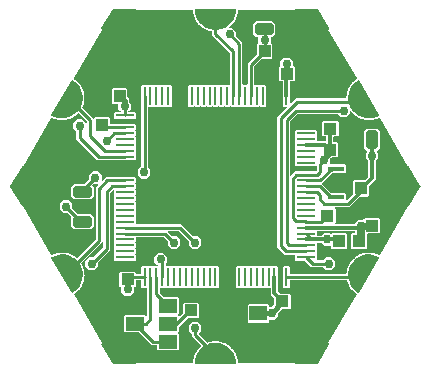
<source format=gbr>
G04 EAGLE Gerber RS-274X export*
G75*
%MOMM*%
%FSLAX34Y34*%
%LPD*%
%INBottom Copper*%
%IPPOS*%
%AMOC8*
5,1,8,0,0,1.08239X$1,22.5*%
G01*
%ADD10R,1.000000X1.100000*%
%ADD11R,1.500000X1.300000*%
%ADD12R,1.100000X1.000000*%
%ADD13C,0.499997*%
%ADD14C,1.000000*%
%ADD15R,1.558800X0.280000*%
%ADD16R,0.280000X1.558800*%
%ADD17R,1.399997X0.400000*%
%ADD18R,1.600200X1.168400*%
%ADD19C,0.756400*%
%ADD20C,0.254000*%
%ADD21C,0.304800*%
%ADD22C,0.457200*%
%ADD23C,0.609600*%
%ADD24C,0.355600*%

G36*
X278630Y195708D02*
X278630Y195708D01*
X278658Y195706D01*
X278726Y195728D01*
X278797Y195742D01*
X278820Y195758D01*
X278847Y195767D01*
X278902Y195814D01*
X278961Y195855D01*
X278976Y195879D01*
X278998Y195897D01*
X279029Y195962D01*
X279068Y196022D01*
X279073Y196050D01*
X279085Y196076D01*
X279094Y196177D01*
X279101Y196219D01*
X279099Y196229D01*
X279100Y196242D01*
X279043Y196957D01*
X326766Y196957D01*
X326849Y196974D01*
X326933Y196985D01*
X326947Y196993D01*
X326962Y196996D01*
X327033Y197044D01*
X327105Y197087D01*
X327115Y197100D01*
X327128Y197109D01*
X327174Y197180D01*
X327225Y197248D01*
X327229Y197265D01*
X327237Y197277D01*
X327247Y197332D01*
X327271Y197422D01*
X327349Y198359D01*
X327341Y198425D01*
X327343Y198492D01*
X327329Y198527D01*
X327326Y198558D01*
X327302Y198601D01*
X327279Y198661D01*
X327265Y198684D01*
X327420Y199294D01*
X327421Y199332D01*
X327433Y199376D01*
X327485Y200003D01*
X327506Y200021D01*
X327548Y200073D01*
X327596Y200119D01*
X327611Y200153D01*
X327631Y200178D01*
X327644Y200225D01*
X327670Y200283D01*
X327961Y201433D01*
X327964Y201499D01*
X327977Y201565D01*
X327969Y201601D01*
X327971Y201633D01*
X327954Y201679D01*
X327942Y201742D01*
X327932Y201767D01*
X328185Y202343D01*
X328186Y202347D01*
X328187Y202350D01*
X328192Y202377D01*
X328193Y202380D01*
X328212Y202422D01*
X328366Y203032D01*
X328390Y203046D01*
X328439Y203091D01*
X328494Y203129D01*
X328515Y203159D01*
X328538Y203181D01*
X328559Y203225D01*
X328595Y203278D01*
X329071Y204364D01*
X329073Y204372D01*
X329077Y204379D01*
X329087Y204435D01*
X329108Y204491D01*
X329107Y204529D01*
X329114Y204559D01*
X329112Y204570D01*
X329113Y204576D01*
X329104Y204613D01*
X329103Y204671D01*
X329097Y204698D01*
X329441Y205225D01*
X329455Y205260D01*
X329481Y205299D01*
X329734Y205874D01*
X329759Y205884D01*
X329815Y205920D01*
X329876Y205949D01*
X329901Y205976D01*
X329928Y205993D01*
X329956Y206033D01*
X330000Y206080D01*
X330648Y207072D01*
X330673Y207134D01*
X330705Y207192D01*
X330711Y207229D01*
X330722Y207258D01*
X330721Y207307D01*
X330730Y207370D01*
X330729Y207398D01*
X331155Y207861D01*
X331175Y207893D01*
X331206Y207927D01*
X331550Y208453D01*
X331577Y208459D01*
X331639Y208485D01*
X331703Y208503D01*
X331732Y208525D01*
X331761Y208538D01*
X331796Y208573D01*
X331846Y208612D01*
X332649Y209484D01*
X332684Y209541D01*
X332726Y209593D01*
X332737Y209628D01*
X332753Y209655D01*
X332760Y209704D01*
X332779Y209765D01*
X332783Y209792D01*
X333279Y210178D01*
X333304Y210207D01*
X333341Y210235D01*
X333862Y210802D01*
X333911Y210882D01*
X333963Y210963D01*
X333963Y210968D01*
X333966Y210973D01*
X333980Y211067D01*
X333996Y211161D01*
X333995Y211166D01*
X333996Y211171D01*
X333972Y211263D01*
X333951Y211356D01*
X333947Y211361D01*
X333946Y211366D01*
X333920Y211400D01*
X333848Y211504D01*
X326135Y219216D01*
X326135Y221140D01*
X326134Y221148D01*
X326135Y221155D01*
X326114Y221245D01*
X326096Y221336D01*
X326091Y221343D01*
X326089Y221350D01*
X325987Y221498D01*
X323623Y223862D01*
X323623Y228258D01*
X326732Y231367D01*
X331128Y231367D01*
X334237Y228258D01*
X334237Y223862D01*
X332174Y221799D01*
X332171Y221795D01*
X332167Y221792D01*
X332116Y221712D01*
X332063Y221632D01*
X332062Y221627D01*
X332060Y221623D01*
X332043Y221528D01*
X332026Y221436D01*
X332027Y221430D01*
X332026Y221425D01*
X332048Y221333D01*
X332067Y221240D01*
X332070Y221235D01*
X332072Y221230D01*
X332174Y221082D01*
X339129Y214128D01*
X339204Y214077D01*
X339279Y214024D01*
X339288Y214022D01*
X339296Y214017D01*
X339385Y214000D01*
X339474Y213979D01*
X339484Y213981D01*
X339492Y213979D01*
X339544Y213990D01*
X339652Y214007D01*
X340604Y214333D01*
X340662Y214367D01*
X340723Y214393D01*
X340750Y214419D01*
X340777Y214435D01*
X340807Y214474D01*
X340852Y214519D01*
X340868Y214541D01*
X341489Y214644D01*
X341524Y214658D01*
X341570Y214665D01*
X342165Y214869D01*
X342189Y214857D01*
X342254Y214840D01*
X342315Y214815D01*
X342353Y214814D01*
X342383Y214806D01*
X342432Y214813D01*
X342496Y214812D01*
X343665Y215008D01*
X343727Y215031D01*
X343792Y215046D01*
X343823Y215068D01*
X343852Y215079D01*
X343887Y215113D01*
X343940Y215149D01*
X343959Y215169D01*
X344588Y215169D01*
X344626Y215176D01*
X344672Y215176D01*
X345292Y215279D01*
X345315Y215263D01*
X345375Y215236D01*
X345432Y215201D01*
X345469Y215194D01*
X345497Y215181D01*
X345547Y215180D01*
X345609Y215169D01*
X346795Y215169D01*
X346860Y215182D01*
X346927Y215186D01*
X346960Y215202D01*
X346991Y215208D01*
X347032Y215236D01*
X347089Y215263D01*
X347112Y215279D01*
X347732Y215176D01*
X347770Y215177D01*
X347816Y215169D01*
X348445Y215169D01*
X348464Y215149D01*
X348519Y215112D01*
X348570Y215068D01*
X348605Y215056D01*
X348631Y215038D01*
X348679Y215029D01*
X348739Y215008D01*
X349908Y214812D01*
X349975Y214815D01*
X350041Y214808D01*
X350077Y214818D01*
X350109Y214819D01*
X350153Y214840D01*
X350215Y214857D01*
X350239Y214869D01*
X350834Y214665D01*
X350872Y214660D01*
X350915Y214644D01*
X351536Y214541D01*
X351552Y214519D01*
X351600Y214473D01*
X351643Y214421D01*
X351675Y214403D01*
X351698Y214382D01*
X351744Y214365D01*
X351800Y214333D01*
X352921Y213949D01*
X352987Y213940D01*
X353051Y213922D01*
X353089Y213926D01*
X353120Y213922D01*
X353167Y213935D01*
X353231Y213942D01*
X353257Y213950D01*
X353810Y213651D01*
X353846Y213640D01*
X353887Y213617D01*
X354481Y213413D01*
X354494Y213388D01*
X354534Y213335D01*
X354567Y213277D01*
X354596Y213254D01*
X354615Y213229D01*
X354658Y213205D01*
X354708Y213165D01*
X355750Y212601D01*
X355814Y212581D01*
X355875Y212553D01*
X355912Y212551D01*
X355942Y212542D01*
X355991Y212547D01*
X356055Y212543D01*
X356082Y212547D01*
X356578Y212160D01*
X356612Y212143D01*
X356648Y212115D01*
X357201Y211815D01*
X357209Y211789D01*
X357241Y211730D01*
X357264Y211668D01*
X357288Y211640D01*
X357303Y211612D01*
X357341Y211581D01*
X357384Y211533D01*
X358319Y210805D01*
X358379Y210776D01*
X358434Y210738D01*
X358471Y210730D01*
X358499Y210716D01*
X358548Y210713D01*
X358610Y210699D01*
X358637Y210698D01*
X359063Y210235D01*
X359094Y210213D01*
X359125Y210178D01*
X359621Y209792D01*
X359625Y209765D01*
X359646Y209701D01*
X359658Y209636D01*
X359678Y209605D01*
X359688Y209575D01*
X359721Y209538D01*
X359755Y209484D01*
X360558Y208612D01*
X360612Y208573D01*
X360660Y208526D01*
X360694Y208512D01*
X360720Y208494D01*
X360768Y208483D01*
X360827Y208459D01*
X360854Y208453D01*
X361198Y207927D01*
X361224Y207900D01*
X361249Y207861D01*
X361675Y207398D01*
X361674Y207370D01*
X361684Y207305D01*
X361686Y207238D01*
X361700Y207204D01*
X361705Y207172D01*
X361731Y207131D01*
X361756Y207072D01*
X362404Y206080D01*
X362451Y206032D01*
X362491Y205979D01*
X362523Y205959D01*
X362545Y205937D01*
X362590Y205918D01*
X362645Y205884D01*
X362670Y205874D01*
X362923Y205299D01*
X362945Y205268D01*
X362963Y205225D01*
X363307Y204698D01*
X363301Y204671D01*
X363301Y204607D01*
X363291Y204555D01*
X363293Y204549D01*
X363291Y204539D01*
X363300Y204503D01*
X363300Y204471D01*
X363318Y204426D01*
X363333Y204364D01*
X363809Y203278D01*
X363848Y203223D01*
X363878Y203164D01*
X363906Y203140D01*
X363924Y203114D01*
X363966Y203088D01*
X364014Y203046D01*
X364038Y203032D01*
X364192Y202422D01*
X364209Y202388D01*
X364219Y202343D01*
X364472Y201767D01*
X364462Y201742D01*
X364450Y201676D01*
X364430Y201612D01*
X364433Y201575D01*
X364427Y201544D01*
X364438Y201496D01*
X364443Y201433D01*
X364734Y200283D01*
X364763Y200223D01*
X364783Y200160D01*
X364807Y200131D01*
X364820Y200103D01*
X364857Y200070D01*
X364898Y200021D01*
X364919Y200003D01*
X364971Y199376D01*
X364981Y199340D01*
X364984Y199294D01*
X365139Y198684D01*
X365125Y198661D01*
X365103Y198598D01*
X365072Y198538D01*
X365069Y198501D01*
X365058Y198471D01*
X365061Y198423D01*
X365055Y198359D01*
X365133Y197422D01*
X365156Y197341D01*
X365175Y197258D01*
X365184Y197245D01*
X365188Y197230D01*
X365242Y197164D01*
X365291Y197095D01*
X365304Y197086D01*
X365314Y197074D01*
X365389Y197033D01*
X365461Y196989D01*
X365478Y196986D01*
X365491Y196979D01*
X365547Y196973D01*
X365638Y196957D01*
X413361Y196957D01*
X413304Y196242D01*
X413308Y196213D01*
X413303Y196185D01*
X413320Y196116D01*
X413328Y196044D01*
X413343Y196020D01*
X413349Y195992D01*
X413392Y195934D01*
X413428Y195872D01*
X413450Y195855D01*
X413467Y195832D01*
X413529Y195795D01*
X413586Y195752D01*
X413614Y195745D01*
X413638Y195730D01*
X413738Y195714D01*
X413779Y195703D01*
X413789Y195705D01*
X413802Y195703D01*
X432802Y195703D01*
X432878Y195718D01*
X432956Y195727D01*
X432975Y195738D01*
X432997Y195742D01*
X433061Y195786D01*
X433129Y195825D01*
X433145Y195844D01*
X433161Y195855D01*
X433185Y195893D01*
X433235Y195953D01*
X442735Y212453D01*
X442744Y212480D01*
X442760Y212504D01*
X442775Y212574D01*
X442798Y212642D01*
X442795Y212670D01*
X442801Y212698D01*
X442788Y212769D01*
X442782Y212840D01*
X442769Y212865D01*
X442763Y212893D01*
X442723Y212953D01*
X442690Y213016D01*
X442668Y213034D01*
X442652Y213058D01*
X442569Y213116D01*
X442537Y213143D01*
X442526Y213146D01*
X442516Y213153D01*
X441888Y213450D01*
X465740Y254764D01*
X465767Y254844D01*
X465799Y254922D01*
X465799Y254938D01*
X465804Y254954D01*
X465798Y255038D01*
X465797Y255123D01*
X465791Y255137D01*
X465789Y255154D01*
X465751Y255229D01*
X465718Y255307D01*
X465705Y255319D01*
X465699Y255332D01*
X465656Y255369D01*
X465590Y255434D01*
X464810Y255976D01*
X464749Y256002D01*
X464692Y256037D01*
X464655Y256043D01*
X464626Y256055D01*
X464577Y256056D01*
X464514Y256066D01*
X464486Y256066D01*
X464036Y256505D01*
X464004Y256526D01*
X463971Y256558D01*
X463455Y256917D01*
X463450Y256944D01*
X463425Y257006D01*
X463409Y257071D01*
X463388Y257101D01*
X463376Y257130D01*
X463342Y257165D01*
X463305Y257217D01*
X462458Y258042D01*
X462402Y258078D01*
X462351Y258122D01*
X462316Y258134D01*
X462289Y258151D01*
X462241Y258159D01*
X462181Y258180D01*
X462153Y258184D01*
X461781Y258691D01*
X461753Y258717D01*
X461726Y258755D01*
X461276Y259193D01*
X461276Y259221D01*
X461262Y259286D01*
X461256Y259352D01*
X461240Y259386D01*
X461233Y259417D01*
X461205Y259457D01*
X461177Y259514D01*
X460478Y260467D01*
X460428Y260512D01*
X460386Y260563D01*
X460353Y260581D01*
X460330Y260602D01*
X460283Y260619D01*
X460227Y260649D01*
X460201Y260658D01*
X459918Y261219D01*
X459894Y261249D01*
X459874Y261290D01*
X459502Y261797D01*
X459506Y261825D01*
X459504Y261866D01*
X459509Y261895D01*
X459505Y261914D01*
X459509Y261958D01*
X459498Y261993D01*
X459496Y262025D01*
X459475Y262069D01*
X459457Y262130D01*
X458924Y263185D01*
X458883Y263238D01*
X458849Y263295D01*
X458819Y263318D01*
X458800Y263343D01*
X458757Y263367D01*
X458707Y263406D01*
X458682Y263419D01*
X458495Y264019D01*
X458477Y264052D01*
X458464Y264097D01*
X458180Y264658D01*
X458189Y264684D01*
X458197Y264750D01*
X458213Y264815D01*
X458209Y264852D01*
X458212Y264883D01*
X458199Y264930D01*
X458191Y264994D01*
X457839Y266122D01*
X457829Y266140D01*
X457827Y266149D01*
X457815Y266166D01*
X457807Y266181D01*
X457783Y266243D01*
X457758Y266270D01*
X457742Y266298D01*
X457704Y266328D01*
X457661Y266375D01*
X457473Y266518D01*
X457466Y266525D01*
X457402Y266555D01*
X457342Y266592D01*
X457310Y266598D01*
X457285Y266610D01*
X457233Y266612D01*
X457165Y266624D01*
X409634Y266624D01*
X409629Y266623D01*
X409624Y266624D01*
X409531Y266603D01*
X409437Y266585D01*
X409433Y266582D01*
X409428Y266581D01*
X409350Y266525D01*
X409272Y266472D01*
X409269Y266468D01*
X409265Y266465D01*
X409214Y266383D01*
X409162Y266304D01*
X409162Y266299D01*
X409159Y266294D01*
X409127Y266117D01*
X409127Y260993D01*
X408234Y260100D01*
X404170Y260100D01*
X403277Y260993D01*
X403277Y277845D01*
X404170Y278738D01*
X408234Y278738D01*
X409127Y277845D01*
X409127Y272721D01*
X409128Y272716D01*
X409127Y272711D01*
X409148Y272618D01*
X409166Y272524D01*
X409169Y272520D01*
X409170Y272515D01*
X409226Y272437D01*
X409279Y272359D01*
X409283Y272356D01*
X409286Y272352D01*
X409368Y272301D01*
X409447Y272249D01*
X409452Y272249D01*
X409457Y272246D01*
X409634Y272214D01*
X456575Y272214D01*
X456631Y272225D01*
X456688Y272226D01*
X456728Y272245D01*
X456771Y272253D01*
X456819Y272285D01*
X456871Y272309D01*
X456901Y272341D01*
X456937Y272366D01*
X456968Y272414D01*
X457007Y272456D01*
X457025Y272501D01*
X457046Y272534D01*
X457054Y272575D01*
X457073Y272623D01*
X457198Y273265D01*
X457198Y273303D01*
X457208Y273348D01*
X457225Y273977D01*
X457245Y273995D01*
X457284Y274050D01*
X457329Y274099D01*
X457343Y274134D01*
X457361Y274159D01*
X457372Y274207D01*
X457395Y274267D01*
X457622Y275427D01*
X457622Y275493D01*
X457630Y275559D01*
X457621Y275596D01*
X457621Y275627D01*
X457602Y275672D01*
X457586Y275734D01*
X457575Y275759D01*
X457796Y276348D01*
X457802Y276386D01*
X457819Y276429D01*
X457940Y277046D01*
X457962Y277061D01*
X458009Y277109D01*
X458062Y277149D01*
X458081Y277181D01*
X458103Y277204D01*
X458122Y277249D01*
X458154Y277304D01*
X458570Y278411D01*
X458580Y278477D01*
X458600Y278540D01*
X458597Y278578D01*
X458602Y278609D01*
X458590Y278656D01*
X458585Y278720D01*
X458578Y278747D01*
X458892Y279291D01*
X458905Y279327D01*
X458928Y279367D01*
X459149Y279955D01*
X459174Y279967D01*
X459228Y280006D01*
X459287Y280037D01*
X459311Y280066D01*
X459337Y280084D01*
X459362Y280126D01*
X459404Y280175D01*
X459995Y281198D01*
X460017Y281261D01*
X460046Y281321D01*
X460049Y281358D01*
X460059Y281388D01*
X460056Y281437D01*
X460061Y281501D01*
X460058Y281528D01*
X460459Y282013D01*
X460477Y282047D01*
X460506Y282082D01*
X460821Y282626D01*
X460848Y282634D01*
X460907Y282663D01*
X460971Y282684D01*
X460999Y282709D01*
X461027Y282723D01*
X461059Y282760D01*
X461108Y282801D01*
X461860Y283713D01*
X461892Y283772D01*
X461931Y283826D01*
X461940Y283862D01*
X461955Y283890D01*
X461959Y283939D01*
X461975Y284000D01*
X461977Y284028D01*
X462451Y284441D01*
X462475Y284471D01*
X462510Y284501D01*
X462910Y284986D01*
X462937Y284988D01*
X463001Y285008D01*
X463067Y285018D01*
X463099Y285037D01*
X463129Y285047D01*
X463167Y285078D01*
X463222Y285111D01*
X464114Y285886D01*
X464154Y285939D01*
X464202Y285986D01*
X464217Y286020D01*
X464236Y286045D01*
X464249Y286093D01*
X464274Y286151D01*
X464281Y286178D01*
X464817Y286507D01*
X464844Y286533D01*
X464884Y286556D01*
X465359Y286969D01*
X465386Y286967D01*
X465452Y286976D01*
X465519Y286975D01*
X465553Y286989D01*
X465585Y286993D01*
X465627Y287018D01*
X465687Y287041D01*
X466694Y287659D01*
X466743Y287705D01*
X466798Y287743D01*
X466818Y287774D01*
X466841Y287796D01*
X466861Y287841D01*
X466896Y287894D01*
X466907Y287919D01*
X467490Y288156D01*
X467521Y288177D01*
X467564Y288193D01*
X468100Y288522D01*
X468127Y288516D01*
X468194Y288514D01*
X468259Y288502D01*
X468296Y288510D01*
X468327Y288509D01*
X468373Y288526D01*
X468436Y288539D01*
X469531Y288983D01*
X469587Y289020D01*
X469647Y289049D01*
X469672Y289077D01*
X469699Y289094D01*
X469726Y289135D01*
X469769Y289182D01*
X469784Y289205D01*
X470398Y289342D01*
X470432Y289357D01*
X470478Y289367D01*
X471060Y289603D01*
X471086Y289592D01*
X471151Y289579D01*
X471214Y289557D01*
X471251Y289559D01*
X471282Y289552D01*
X471330Y289562D01*
X471394Y289565D01*
X472548Y289822D01*
X472609Y289849D01*
X472673Y289868D01*
X472702Y289891D01*
X472731Y289904D01*
X472765Y289940D01*
X472815Y289979D01*
X472833Y289999D01*
X473461Y290033D01*
X473498Y290043D01*
X473544Y290045D01*
X474158Y290182D01*
X474181Y290167D01*
X474243Y290143D01*
X474302Y290111D01*
X474339Y290107D01*
X474368Y290095D01*
X474417Y290097D01*
X474481Y290089D01*
X475661Y290153D01*
X475725Y290170D01*
X475792Y290178D01*
X475825Y290196D01*
X475855Y290204D01*
X475894Y290233D01*
X475950Y290264D01*
X475972Y290281D01*
X476597Y290211D01*
X476635Y290215D01*
X476680Y290209D01*
X477308Y290243D01*
X477329Y290225D01*
X477386Y290191D01*
X477439Y290150D01*
X477474Y290139D01*
X477502Y290123D01*
X477550Y290117D01*
X477611Y290098D01*
X478786Y289968D01*
X478853Y289973D01*
X478919Y289970D01*
X478954Y289982D01*
X478986Y289985D01*
X479029Y290008D01*
X479090Y290029D01*
X479114Y290042D01*
X479719Y289871D01*
X479757Y289868D01*
X479801Y289855D01*
X480426Y289785D01*
X480443Y289763D01*
X480494Y289721D01*
X480539Y289671D01*
X480573Y289655D01*
X480597Y289635D01*
X480644Y289620D01*
X480701Y289592D01*
X481838Y289270D01*
X481905Y289265D01*
X481970Y289251D01*
X482007Y289257D01*
X482038Y289254D01*
X482085Y289270D01*
X482148Y289280D01*
X482174Y289289D01*
X482742Y289021D01*
X482779Y289012D01*
X482821Y288991D01*
X483426Y288820D01*
X483439Y288796D01*
X483483Y288745D01*
X483519Y288689D01*
X483549Y288668D01*
X483569Y288644D01*
X483613Y288621D01*
X483665Y288584D01*
X484500Y288190D01*
X484583Y288169D01*
X484664Y288144D01*
X484680Y288145D01*
X484695Y288141D01*
X484779Y288155D01*
X484863Y288163D01*
X484877Y288170D01*
X484893Y288172D01*
X484965Y288217D01*
X485040Y288257D01*
X485051Y288270D01*
X485063Y288278D01*
X485096Y288323D01*
X485156Y288395D01*
X509010Y329711D01*
X509618Y329291D01*
X509645Y329280D01*
X509667Y329261D01*
X509736Y329241D01*
X509801Y329213D01*
X509830Y329213D01*
X509858Y329205D01*
X509929Y329213D01*
X510000Y329213D01*
X510027Y329224D01*
X510056Y329227D01*
X510118Y329262D01*
X510183Y329290D01*
X510204Y329310D01*
X510229Y329325D01*
X510292Y329402D01*
X510322Y329432D01*
X510326Y329442D01*
X510335Y329453D01*
X519835Y345953D01*
X519845Y345985D01*
X519854Y345998D01*
X519858Y346022D01*
X519859Y346026D01*
X519890Y346096D01*
X519890Y346120D01*
X519898Y346142D01*
X519892Y346218D01*
X519893Y346295D01*
X519883Y346319D01*
X519882Y346340D01*
X519861Y346379D01*
X519835Y346451D01*
X510335Y362951D01*
X510316Y362973D01*
X510303Y362999D01*
X510250Y363047D01*
X510203Y363100D01*
X510177Y363113D01*
X510156Y363132D01*
X510088Y363155D01*
X510024Y363186D01*
X509995Y363188D01*
X509968Y363197D01*
X509896Y363192D01*
X509825Y363195D01*
X509798Y363185D01*
X509769Y363183D01*
X509679Y363141D01*
X509639Y363126D01*
X509631Y363119D01*
X509618Y363113D01*
X509010Y362693D01*
X485156Y404009D01*
X485100Y404073D01*
X485048Y404140D01*
X485034Y404148D01*
X485024Y404160D01*
X484947Y404197D01*
X484873Y404238D01*
X484858Y404240D01*
X484843Y404247D01*
X484759Y404252D01*
X484674Y404261D01*
X484658Y404257D01*
X484643Y404258D01*
X484590Y404239D01*
X484500Y404214D01*
X483665Y403820D01*
X483612Y403780D01*
X483553Y403747D01*
X483530Y403719D01*
X483504Y403700D01*
X483480Y403658D01*
X483439Y403608D01*
X483426Y403584D01*
X482821Y403413D01*
X482787Y403395D01*
X482742Y403383D01*
X482174Y403114D01*
X482148Y403124D01*
X482082Y403133D01*
X482018Y403152D01*
X481981Y403148D01*
X481949Y403153D01*
X481902Y403140D01*
X481838Y403134D01*
X480701Y402812D01*
X480642Y402781D01*
X480579Y402759D01*
X480551Y402735D01*
X480523Y402720D01*
X480491Y402682D01*
X480443Y402641D01*
X480426Y402619D01*
X479801Y402549D01*
X479765Y402538D01*
X479719Y402533D01*
X479114Y402362D01*
X479090Y402375D01*
X479026Y402396D01*
X478966Y402424D01*
X478929Y402427D01*
X478899Y402436D01*
X478850Y402432D01*
X478786Y402436D01*
X477611Y402306D01*
X477548Y402285D01*
X477482Y402274D01*
X477450Y402254D01*
X477420Y402245D01*
X477383Y402213D01*
X477329Y402179D01*
X477308Y402161D01*
X476680Y402195D01*
X476643Y402190D01*
X476597Y402193D01*
X475972Y402123D01*
X475950Y402140D01*
X475891Y402171D01*
X475836Y402209D01*
X475800Y402218D01*
X475772Y402232D01*
X475723Y402236D01*
X475661Y402251D01*
X474481Y402315D01*
X474414Y402305D01*
X474348Y402305D01*
X474313Y402291D01*
X474282Y402286D01*
X474240Y402261D01*
X474181Y402237D01*
X474158Y402222D01*
X473544Y402359D01*
X473506Y402360D01*
X473461Y402371D01*
X472833Y402405D01*
X472815Y402425D01*
X472761Y402465D01*
X472714Y402512D01*
X472679Y402526D01*
X472654Y402545D01*
X472606Y402557D01*
X472548Y402582D01*
X471394Y402839D01*
X471327Y402841D01*
X471261Y402851D01*
X471225Y402843D01*
X471193Y402844D01*
X471148Y402826D01*
X471086Y402812D01*
X471060Y402801D01*
X470478Y403037D01*
X470440Y403044D01*
X470398Y403062D01*
X469784Y403199D01*
X469769Y403222D01*
X469723Y403271D01*
X469684Y403324D01*
X469652Y403344D01*
X469630Y403367D01*
X469585Y403387D01*
X469531Y403421D01*
X468436Y403865D01*
X468370Y403877D01*
X468307Y403898D01*
X468270Y403896D01*
X468239Y403902D01*
X468191Y403892D01*
X468127Y403888D01*
X468100Y403882D01*
X467564Y404211D01*
X467529Y404224D01*
X467490Y404248D01*
X466907Y404485D01*
X466896Y404510D01*
X466859Y404565D01*
X466829Y404625D01*
X466801Y404649D01*
X466783Y404675D01*
X466742Y404702D01*
X466694Y404745D01*
X465687Y405363D01*
X465640Y405380D01*
X465601Y405404D01*
X465583Y405408D01*
X465565Y405417D01*
X465528Y405421D01*
X465498Y405432D01*
X465458Y405430D01*
X465424Y405436D01*
X465399Y405436D01*
X465395Y405436D01*
X465386Y405437D01*
X465359Y405435D01*
X464884Y405848D01*
X464851Y405866D01*
X464817Y405897D01*
X464281Y406226D01*
X464274Y406253D01*
X464246Y406313D01*
X464227Y406377D01*
X464203Y406406D01*
X464190Y406435D01*
X464154Y406468D01*
X464114Y406518D01*
X463222Y407293D01*
X463164Y407326D01*
X463111Y407367D01*
X463075Y407377D01*
X463047Y407392D01*
X462999Y407398D01*
X462937Y407416D01*
X462910Y407418D01*
X462510Y407903D01*
X462480Y407927D01*
X462451Y407963D01*
X461977Y408376D01*
X461975Y408404D01*
X461957Y408468D01*
X461948Y408534D01*
X461930Y408566D01*
X461922Y408597D01*
X461892Y408635D01*
X461860Y408691D01*
X461108Y409603D01*
X461056Y409645D01*
X461011Y409694D01*
X460977Y409710D01*
X460953Y409730D01*
X460905Y409743D01*
X460848Y409770D01*
X460702Y409809D01*
X460661Y409836D01*
X460629Y409842D01*
X460600Y409856D01*
X460532Y409860D01*
X460464Y409872D01*
X460432Y409865D01*
X460400Y409867D01*
X460335Y409843D01*
X460268Y409828D01*
X460242Y409810D01*
X460212Y409799D01*
X460161Y409752D01*
X460105Y409712D01*
X460088Y409685D01*
X460064Y409663D01*
X460035Y409601D01*
X459999Y409542D01*
X459993Y409508D01*
X459980Y409481D01*
X459979Y409431D01*
X459967Y409365D01*
X459967Y408012D01*
X456858Y404903D01*
X452462Y404903D01*
X450098Y407267D01*
X450092Y407271D01*
X450087Y407277D01*
X450009Y407326D01*
X449931Y407378D01*
X449924Y407379D01*
X449917Y407383D01*
X449740Y407415D01*
X430965Y407415D01*
X430927Y407453D01*
X430921Y407457D01*
X430916Y407463D01*
X430837Y407512D01*
X430760Y407564D01*
X430753Y407565D01*
X430746Y407569D01*
X430569Y407601D01*
X415401Y407601D01*
X415394Y407600D01*
X415386Y407601D01*
X415296Y407580D01*
X415205Y407562D01*
X415198Y407557D01*
X415191Y407555D01*
X415043Y407453D01*
X409343Y401753D01*
X409339Y401747D01*
X409333Y401742D01*
X409284Y401663D01*
X409232Y401586D01*
X409231Y401579D01*
X409227Y401572D01*
X409195Y401395D01*
X409195Y355734D01*
X409195Y355731D01*
X409195Y355729D01*
X409215Y355634D01*
X409234Y355537D01*
X409236Y355535D01*
X409236Y355533D01*
X409292Y355453D01*
X409347Y355372D01*
X409349Y355370D01*
X409351Y355368D01*
X409434Y355315D01*
X409515Y355262D01*
X409518Y355262D01*
X409520Y355261D01*
X409616Y355244D01*
X409712Y355227D01*
X409715Y355227D01*
X409717Y355227D01*
X409810Y355249D01*
X409908Y355270D01*
X409910Y355272D01*
X409913Y355273D01*
X410061Y355375D01*
X410471Y355786D01*
X413682Y358997D01*
X414219Y358997D01*
X414227Y358998D01*
X414235Y358997D01*
X414325Y359018D01*
X414416Y359036D01*
X414422Y359041D01*
X414430Y359043D01*
X414551Y359127D01*
X431163Y359127D01*
X431170Y359128D01*
X431178Y359127D01*
X431268Y359148D01*
X431359Y359166D01*
X431366Y359171D01*
X431373Y359173D01*
X431521Y359275D01*
X431900Y359654D01*
X431904Y359660D01*
X431910Y359665D01*
X431959Y359744D01*
X432011Y359821D01*
X432012Y359828D01*
X432016Y359835D01*
X432048Y360012D01*
X432048Y362770D01*
X432047Y362775D01*
X432048Y362780D01*
X432027Y362873D01*
X432009Y362967D01*
X432006Y362971D01*
X432005Y362976D01*
X431949Y363054D01*
X431896Y363132D01*
X431892Y363135D01*
X431889Y363139D01*
X431807Y363190D01*
X431728Y363242D01*
X431723Y363242D01*
X431718Y363245D01*
X431541Y363277D01*
X414559Y363277D01*
X413666Y364170D01*
X413666Y368234D01*
X413776Y368343D01*
X413779Y368348D01*
X413783Y368351D01*
X413834Y368431D01*
X413887Y368510D01*
X413888Y368515D01*
X413891Y368520D01*
X413907Y368613D01*
X413925Y368707D01*
X413923Y368712D01*
X413924Y368718D01*
X413903Y368810D01*
X413883Y368903D01*
X413880Y368908D01*
X413879Y368913D01*
X413776Y369061D01*
X413666Y369170D01*
X413666Y373234D01*
X413776Y373343D01*
X413779Y373348D01*
X413783Y373351D01*
X413834Y373431D01*
X413887Y373510D01*
X413888Y373515D01*
X413891Y373520D01*
X413907Y373614D01*
X413925Y373707D01*
X413923Y373712D01*
X413924Y373718D01*
X413903Y373810D01*
X413883Y373903D01*
X413880Y373908D01*
X413879Y373913D01*
X413776Y374061D01*
X413666Y374170D01*
X413666Y378234D01*
X413776Y378343D01*
X413779Y378348D01*
X413783Y378351D01*
X413834Y378431D01*
X413887Y378510D01*
X413888Y378515D01*
X413891Y378520D01*
X413907Y378614D01*
X413925Y378707D01*
X413923Y378712D01*
X413924Y378718D01*
X413903Y378810D01*
X413883Y378903D01*
X413880Y378908D01*
X413879Y378913D01*
X413776Y379061D01*
X413666Y379170D01*
X413666Y383234D01*
X413776Y383343D01*
X413779Y383348D01*
X413783Y383351D01*
X413834Y383431D01*
X413887Y383510D01*
X413888Y383515D01*
X413891Y383520D01*
X413907Y383614D01*
X413925Y383707D01*
X413923Y383712D01*
X413924Y383718D01*
X413903Y383810D01*
X413883Y383903D01*
X413880Y383908D01*
X413879Y383913D01*
X413776Y384061D01*
X413666Y384170D01*
X413666Y388234D01*
X413776Y388343D01*
X413779Y388348D01*
X413783Y388351D01*
X413835Y388432D01*
X413887Y388510D01*
X413888Y388515D01*
X413891Y388520D01*
X413907Y388614D01*
X413925Y388707D01*
X413923Y388712D01*
X413924Y388717D01*
X413903Y388810D01*
X413883Y388903D01*
X413880Y388907D01*
X413879Y388913D01*
X413776Y389061D01*
X413666Y389170D01*
X413666Y393234D01*
X414559Y394127D01*
X431411Y394127D01*
X432304Y393234D01*
X432304Y389170D01*
X432194Y389061D01*
X432191Y389056D01*
X432187Y389053D01*
X432136Y388973D01*
X432083Y388894D01*
X432082Y388889D01*
X432079Y388884D01*
X432063Y388790D01*
X432045Y388697D01*
X432047Y388692D01*
X432046Y388686D01*
X432067Y388594D01*
X432087Y388501D01*
X432090Y388496D01*
X432091Y388491D01*
X432194Y388343D01*
X432304Y388234D01*
X432304Y384758D01*
X432305Y384753D01*
X432304Y384748D01*
X432325Y384655D01*
X432343Y384561D01*
X432346Y384557D01*
X432347Y384552D01*
X432403Y384474D01*
X432456Y384396D01*
X432460Y384393D01*
X432463Y384389D01*
X432545Y384338D01*
X432624Y384286D01*
X432629Y384286D01*
X432634Y384283D01*
X432811Y384251D01*
X439556Y384251D01*
X439561Y384252D01*
X439566Y384251D01*
X439659Y384272D01*
X439753Y384290D01*
X439757Y384293D01*
X439762Y384294D01*
X439840Y384350D01*
X439918Y384403D01*
X439921Y384407D01*
X439925Y384410D01*
X439976Y384492D01*
X440028Y384571D01*
X440028Y384576D01*
X440031Y384581D01*
X440063Y384758D01*
X440063Y387938D01*
X440062Y387943D01*
X440063Y387948D01*
X440042Y388041D01*
X440024Y388135D01*
X440021Y388139D01*
X440020Y388144D01*
X439964Y388222D01*
X439911Y388300D01*
X439907Y388303D01*
X439904Y388307D01*
X439822Y388358D01*
X439743Y388410D01*
X439738Y388410D01*
X439733Y388413D01*
X439556Y388445D01*
X437488Y388445D01*
X436595Y389338D01*
X436595Y400602D01*
X437488Y401495D01*
X449752Y401495D01*
X450645Y400602D01*
X450645Y389338D01*
X449752Y388445D01*
X446668Y388445D01*
X446663Y388444D01*
X446658Y388445D01*
X446565Y388424D01*
X446471Y388406D01*
X446467Y388403D01*
X446462Y388402D01*
X446384Y388346D01*
X446306Y388293D01*
X446303Y388289D01*
X446299Y388286D01*
X446248Y388204D01*
X446196Y388125D01*
X446196Y388120D01*
X446193Y388115D01*
X446161Y387938D01*
X446161Y384222D01*
X446162Y384217D01*
X446161Y384212D01*
X446182Y384119D01*
X446200Y384025D01*
X446203Y384021D01*
X446204Y384016D01*
X446260Y383938D01*
X446313Y383860D01*
X446317Y383857D01*
X446320Y383853D01*
X446402Y383802D01*
X446481Y383750D01*
X446486Y383750D01*
X446491Y383747D01*
X446668Y383715D01*
X449244Y383715D01*
X450137Y382822D01*
X450137Y371558D01*
X449244Y370665D01*
X444678Y370665D01*
X444670Y370664D01*
X444662Y370665D01*
X444572Y370644D01*
X444481Y370626D01*
X444475Y370621D01*
X444467Y370619D01*
X444319Y370517D01*
X443605Y369803D01*
X443601Y369796D01*
X443595Y369792D01*
X443546Y369713D01*
X443494Y369636D01*
X443493Y369628D01*
X443489Y369622D01*
X443457Y369444D01*
X443457Y366102D01*
X442995Y365641D01*
X442994Y365638D01*
X442992Y365637D01*
X442939Y365556D01*
X442885Y365474D01*
X442884Y365471D01*
X442883Y365469D01*
X442865Y365373D01*
X442847Y365277D01*
X442847Y365274D01*
X442847Y365272D01*
X442869Y365175D01*
X442889Y365081D01*
X442890Y365079D01*
X442891Y365076D01*
X442949Y364994D01*
X443003Y364916D01*
X443005Y364915D01*
X443007Y364912D01*
X443090Y364861D01*
X443172Y364809D01*
X443175Y364808D01*
X443177Y364807D01*
X443354Y364775D01*
X455942Y364775D01*
X456835Y363882D01*
X456835Y358618D01*
X455942Y357725D01*
X445708Y357725D01*
X445700Y357724D01*
X445692Y357725D01*
X445602Y357704D01*
X445511Y357686D01*
X445505Y357681D01*
X445497Y357679D01*
X445349Y357577D01*
X436792Y349020D01*
X436789Y349015D01*
X436785Y349012D01*
X436734Y348932D01*
X436681Y348853D01*
X436680Y348848D01*
X436677Y348843D01*
X436661Y348749D01*
X436644Y348656D01*
X436645Y348651D01*
X436644Y348646D01*
X436665Y348553D01*
X436685Y348460D01*
X436688Y348456D01*
X436689Y348450D01*
X436792Y348302D01*
X444171Y340923D01*
X444178Y340919D01*
X444182Y340913D01*
X444261Y340864D01*
X444338Y340812D01*
X444346Y340811D01*
X444353Y340807D01*
X444530Y340775D01*
X455942Y340775D01*
X456835Y339882D01*
X456835Y335012D01*
X456835Y335009D01*
X456835Y335006D01*
X456855Y334912D01*
X456874Y334815D01*
X456876Y334813D01*
X456876Y334810D01*
X456932Y334730D01*
X456987Y334649D01*
X456989Y334648D01*
X456991Y334646D01*
X457074Y334592D01*
X457155Y334540D01*
X457158Y334540D01*
X457160Y334538D01*
X457256Y334522D01*
X457352Y334504D01*
X457355Y334505D01*
X457357Y334505D01*
X457451Y334527D01*
X457548Y334548D01*
X457550Y334550D01*
X457553Y334550D01*
X457701Y334653D01*
X462628Y339580D01*
X462632Y339587D01*
X462639Y339591D01*
X462687Y339670D01*
X462739Y339747D01*
X462740Y339755D01*
X462744Y339761D01*
X462776Y339939D01*
X462776Y350692D01*
X463670Y351585D01*
X472434Y351585D01*
X472442Y351586D01*
X472449Y351585D01*
X472539Y351606D01*
X472630Y351624D01*
X472637Y351629D01*
X472645Y351631D01*
X472793Y351733D01*
X475339Y354279D01*
X475343Y354286D01*
X475349Y354291D01*
X475398Y354369D01*
X475450Y354446D01*
X475451Y354454D01*
X475455Y354461D01*
X475487Y354638D01*
X475487Y367698D01*
X475486Y367706D01*
X475487Y367713D01*
X475466Y367803D01*
X475448Y367894D01*
X475443Y367901D01*
X475441Y367908D01*
X475339Y368056D01*
X473483Y369912D01*
X473483Y374308D01*
X474564Y375389D01*
X474567Y375393D01*
X474571Y375396D01*
X474622Y375476D01*
X474675Y375556D01*
X474676Y375561D01*
X474679Y375565D01*
X474695Y375659D01*
X474713Y375753D01*
X474711Y375758D01*
X474712Y375763D01*
X474691Y375855D01*
X474671Y375949D01*
X474668Y375953D01*
X474667Y375958D01*
X474564Y376106D01*
X472265Y378405D01*
X472265Y392739D01*
X474623Y395097D01*
X482957Y395097D01*
X485315Y392739D01*
X485315Y378405D01*
X483016Y376106D01*
X483013Y376102D01*
X483009Y376099D01*
X482958Y376018D01*
X482905Y375939D01*
X482904Y375934D01*
X482901Y375930D01*
X482885Y375836D01*
X482867Y375742D01*
X482869Y375737D01*
X482868Y375732D01*
X482889Y375639D01*
X482909Y375546D01*
X482912Y375542D01*
X482913Y375537D01*
X483016Y375389D01*
X484097Y374308D01*
X484097Y369912D01*
X482241Y368056D01*
X482237Y368050D01*
X482231Y368045D01*
X482182Y367967D01*
X482130Y367890D01*
X482129Y367882D01*
X482125Y367875D01*
X482093Y367698D01*
X482093Y351692D01*
X480010Y349609D01*
X480009Y349609D01*
X475974Y345574D01*
X475970Y345567D01*
X475964Y345562D01*
X475915Y345484D01*
X475863Y345407D01*
X475862Y345399D01*
X475858Y345392D01*
X475826Y345215D01*
X475826Y338428D01*
X474933Y337535D01*
X468698Y337535D01*
X468690Y337534D01*
X468682Y337535D01*
X468592Y337514D01*
X468501Y337496D01*
X468495Y337491D01*
X468487Y337489D01*
X468339Y337387D01*
X459628Y328675D01*
X447596Y328675D01*
X447593Y328675D01*
X447590Y328675D01*
X447496Y328655D01*
X447399Y328636D01*
X447397Y328634D01*
X447394Y328634D01*
X447314Y328578D01*
X447233Y328523D01*
X447232Y328521D01*
X447230Y328519D01*
X447176Y328436D01*
X447124Y328355D01*
X447124Y328352D01*
X447122Y328350D01*
X447106Y328254D01*
X447088Y328158D01*
X447089Y328155D01*
X447089Y328153D01*
X447111Y328058D01*
X447132Y327962D01*
X447134Y327960D01*
X447134Y327957D01*
X447237Y327809D01*
X448105Y326942D01*
X448105Y315678D01*
X447543Y315117D01*
X447541Y315114D01*
X447539Y315113D01*
X447487Y315033D01*
X447432Y314950D01*
X447431Y314947D01*
X447430Y314945D01*
X447413Y314849D01*
X447394Y314753D01*
X447395Y314750D01*
X447394Y314748D01*
X447416Y314651D01*
X447436Y314557D01*
X447437Y314555D01*
X447438Y314552D01*
X447495Y314472D01*
X447550Y314392D01*
X447553Y314391D01*
X447554Y314389D01*
X447637Y314337D01*
X447719Y314285D01*
X447722Y314284D01*
X447724Y314283D01*
X447902Y314251D01*
X463478Y314251D01*
X463484Y314252D01*
X463489Y314251D01*
X463582Y314272D01*
X463675Y314290D01*
X463679Y314293D01*
X463684Y314294D01*
X463762Y314350D01*
X463841Y314403D01*
X463844Y314407D01*
X463848Y314410D01*
X463898Y314492D01*
X463950Y314571D01*
X463951Y314576D01*
X463954Y314581D01*
X463986Y314758D01*
X463986Y315008D01*
X467094Y318117D01*
X471258Y318117D01*
X471263Y318118D01*
X471268Y318117D01*
X471361Y318138D01*
X471455Y318156D01*
X471459Y318159D01*
X471464Y318160D01*
X471542Y318216D01*
X471620Y318269D01*
X471623Y318273D01*
X471627Y318276D01*
X471672Y318349D01*
X472658Y319335D01*
X484922Y319335D01*
X485815Y318442D01*
X485815Y307178D01*
X484922Y306285D01*
X475418Y306285D01*
X475413Y306284D01*
X475408Y306285D01*
X475315Y306264D01*
X475222Y306246D01*
X475218Y306243D01*
X475212Y306242D01*
X475135Y306186D01*
X475056Y306133D01*
X475053Y306129D01*
X475049Y306126D01*
X474998Y306044D01*
X474947Y305965D01*
X474946Y305960D01*
X474943Y305955D01*
X474911Y305778D01*
X474911Y294342D01*
X474018Y293449D01*
X461755Y293449D01*
X460862Y294342D01*
X460862Y305606D01*
X461755Y306499D01*
X464212Y306499D01*
X464218Y306500D01*
X464223Y306499D01*
X464316Y306520D01*
X464409Y306538D01*
X464413Y306541D01*
X464418Y306542D01*
X464496Y306598D01*
X464575Y306651D01*
X464578Y306655D01*
X464582Y306658D01*
X464632Y306740D01*
X464684Y306819D01*
X464685Y306824D01*
X464688Y306829D01*
X464720Y307006D01*
X464720Y307646D01*
X464719Y307651D01*
X464720Y307656D01*
X464699Y307749D01*
X464680Y307843D01*
X464677Y307847D01*
X464676Y307852D01*
X464621Y307930D01*
X464567Y308008D01*
X464563Y308011D01*
X464560Y308015D01*
X464479Y308066D01*
X464399Y308118D01*
X464394Y308118D01*
X464390Y308121D01*
X464212Y308153D01*
X432811Y308153D01*
X432806Y308152D01*
X432801Y308153D01*
X432708Y308132D01*
X432614Y308114D01*
X432610Y308111D01*
X432605Y308110D01*
X432527Y308054D01*
X432449Y308001D01*
X432446Y307997D01*
X432442Y307994D01*
X432391Y307912D01*
X432339Y307833D01*
X432339Y307828D01*
X432336Y307823D01*
X432304Y307646D01*
X432304Y304758D01*
X432305Y304753D01*
X432304Y304748D01*
X432325Y304655D01*
X432343Y304561D01*
X432346Y304557D01*
X432347Y304552D01*
X432403Y304474D01*
X432456Y304396D01*
X432460Y304393D01*
X432463Y304389D01*
X432545Y304338D01*
X432624Y304286D01*
X432629Y304286D01*
X432634Y304283D01*
X432811Y304251D01*
X436018Y304251D01*
X436026Y304252D01*
X436034Y304251D01*
X436124Y304272D01*
X436215Y304290D01*
X436221Y304295D01*
X436229Y304297D01*
X436377Y304399D01*
X438486Y306509D01*
X442883Y306509D01*
X443465Y305926D01*
X443469Y305923D01*
X443472Y305919D01*
X443553Y305868D01*
X443632Y305815D01*
X443637Y305814D01*
X443642Y305811D01*
X443735Y305796D01*
X443829Y305778D01*
X443834Y305779D01*
X443839Y305778D01*
X443932Y305800D01*
X444025Y305819D01*
X444029Y305822D01*
X444034Y305823D01*
X444182Y305926D01*
X444755Y306499D01*
X457018Y306499D01*
X457911Y305606D01*
X457911Y294342D01*
X457018Y293449D01*
X444755Y293449D01*
X443862Y294342D01*
X443862Y295650D01*
X443861Y295652D01*
X443862Y295655D01*
X443842Y295749D01*
X443822Y295846D01*
X443821Y295849D01*
X443820Y295851D01*
X443765Y295931D01*
X443709Y296012D01*
X443707Y296014D01*
X443706Y296016D01*
X443622Y296069D01*
X443541Y296121D01*
X443539Y296122D01*
X443537Y296123D01*
X443441Y296140D01*
X443344Y296157D01*
X443341Y296156D01*
X443339Y296157D01*
X443246Y296135D01*
X443148Y296113D01*
X443146Y296112D01*
X443144Y296111D01*
X442996Y296008D01*
X442883Y295895D01*
X438486Y295895D01*
X436377Y298005D01*
X436370Y298009D01*
X436366Y298015D01*
X436287Y298064D01*
X436210Y298116D01*
X436202Y298117D01*
X436196Y298121D01*
X436018Y298153D01*
X432811Y298153D01*
X432806Y298152D01*
X432801Y298153D01*
X432708Y298132D01*
X432614Y298114D01*
X432610Y298111D01*
X432605Y298110D01*
X432527Y298054D01*
X432449Y298001D01*
X432446Y297997D01*
X432442Y297994D01*
X432391Y297912D01*
X432339Y297833D01*
X432339Y297828D01*
X432336Y297823D01*
X432304Y297646D01*
X432304Y294170D01*
X432194Y294061D01*
X432191Y294056D01*
X432187Y294053D01*
X432135Y293972D01*
X432083Y293894D01*
X432082Y293889D01*
X432079Y293884D01*
X432063Y293790D01*
X432045Y293697D01*
X432047Y293692D01*
X432046Y293687D01*
X432067Y293594D01*
X432087Y293501D01*
X432090Y293497D01*
X432091Y293491D01*
X432194Y293343D01*
X432304Y293234D01*
X432304Y289170D01*
X432194Y289061D01*
X432191Y289056D01*
X432187Y289053D01*
X432135Y288972D01*
X432083Y288894D01*
X432082Y288889D01*
X432079Y288884D01*
X432063Y288790D01*
X432045Y288697D01*
X432047Y288692D01*
X432046Y288687D01*
X432067Y288594D01*
X432087Y288501D01*
X432090Y288497D01*
X432091Y288491D01*
X432194Y288343D01*
X432304Y288234D01*
X432304Y283972D01*
X432305Y283967D01*
X432304Y283962D01*
X432325Y283869D01*
X432343Y283775D01*
X432346Y283771D01*
X432347Y283766D01*
X432403Y283688D01*
X432456Y283610D01*
X432460Y283607D01*
X432463Y283603D01*
X432545Y283552D01*
X432624Y283500D01*
X432629Y283500D01*
X432634Y283497D01*
X432811Y283465D01*
X437040Y283465D01*
X437048Y283466D01*
X437055Y283465D01*
X437145Y283486D01*
X437236Y283504D01*
X437243Y283509D01*
X437250Y283511D01*
X437398Y283613D01*
X439762Y285977D01*
X444158Y285977D01*
X447267Y282868D01*
X447267Y278472D01*
X444158Y275363D01*
X439762Y275363D01*
X437398Y277727D01*
X437392Y277731D01*
X437387Y277737D01*
X437309Y277786D01*
X437231Y277838D01*
X437224Y277839D01*
X437217Y277843D01*
X437040Y277875D01*
X427359Y277875D01*
X425574Y279661D01*
X422106Y283129D01*
X422099Y283133D01*
X422095Y283139D01*
X422016Y283188D01*
X421939Y283240D01*
X421931Y283241D01*
X421925Y283245D01*
X421747Y283277D01*
X414559Y283277D01*
X413666Y284170D01*
X413666Y287900D01*
X413665Y287905D01*
X413666Y287910D01*
X413645Y288003D01*
X413627Y288097D01*
X413624Y288101D01*
X413623Y288106D01*
X413567Y288184D01*
X413514Y288262D01*
X413510Y288265D01*
X413507Y288269D01*
X413425Y288320D01*
X413346Y288372D01*
X413341Y288372D01*
X413336Y288375D01*
X413159Y288407D01*
X404870Y288407D01*
X398525Y294752D01*
X398525Y405018D01*
X406308Y412800D01*
X406309Y412803D01*
X406312Y412804D01*
X406364Y412885D01*
X406419Y412967D01*
X406419Y412970D01*
X406421Y412972D01*
X406438Y413068D01*
X406457Y413164D01*
X406456Y413167D01*
X406456Y413169D01*
X406435Y413266D01*
X406415Y413360D01*
X406413Y413362D01*
X406413Y413365D01*
X406356Y413445D01*
X406301Y413525D01*
X406298Y413526D01*
X406297Y413528D01*
X406214Y413580D01*
X406131Y413632D01*
X406129Y413633D01*
X406127Y413634D01*
X405949Y413666D01*
X404170Y413666D01*
X403277Y414559D01*
X403277Y421388D01*
X403276Y421396D01*
X403277Y421404D01*
X403256Y421493D01*
X403238Y421585D01*
X403233Y421591D01*
X403231Y421599D01*
X403153Y421711D01*
X403153Y434674D01*
X403152Y434679D01*
X403153Y434684D01*
X403132Y434777D01*
X403114Y434871D01*
X403111Y434875D01*
X403110Y434880D01*
X403054Y434958D01*
X403001Y435036D01*
X402997Y435039D01*
X402994Y435043D01*
X402912Y435094D01*
X402833Y435146D01*
X402828Y435146D01*
X402823Y435149D01*
X402646Y435181D01*
X400658Y435181D01*
X399765Y436074D01*
X399765Y447338D01*
X400676Y448249D01*
X400689Y448252D01*
X400783Y448270D01*
X400787Y448273D01*
X400792Y448274D01*
X400870Y448330D01*
X400948Y448383D01*
X400951Y448387D01*
X400955Y448390D01*
X401006Y448472D01*
X401058Y448551D01*
X401058Y448556D01*
X401061Y448561D01*
X401093Y448738D01*
X401093Y452148D01*
X404202Y455257D01*
X408598Y455257D01*
X411707Y452148D01*
X411707Y448738D01*
X411708Y448733D01*
X411707Y448728D01*
X411728Y448635D01*
X411746Y448541D01*
X411749Y448537D01*
X411750Y448532D01*
X411806Y448454D01*
X411859Y448376D01*
X411863Y448373D01*
X411866Y448369D01*
X411948Y448318D01*
X412027Y448266D01*
X412032Y448266D01*
X412037Y448263D01*
X412214Y448231D01*
X412922Y448231D01*
X413815Y447338D01*
X413815Y436074D01*
X412922Y435181D01*
X409758Y435181D01*
X409753Y435180D01*
X409748Y435181D01*
X409655Y435160D01*
X409561Y435142D01*
X409557Y435139D01*
X409552Y435138D01*
X409474Y435082D01*
X409396Y435029D01*
X409393Y435025D01*
X409389Y435022D01*
X409338Y434940D01*
X409286Y434861D01*
X409286Y434856D01*
X409283Y434851D01*
X409251Y434674D01*
X409251Y421713D01*
X409216Y421657D01*
X409164Y421580D01*
X409163Y421572D01*
X409159Y421565D01*
X409127Y421388D01*
X409127Y416844D01*
X409127Y416841D01*
X409127Y416839D01*
X409147Y416744D01*
X409166Y416647D01*
X409168Y416645D01*
X409168Y416642D01*
X409224Y416562D01*
X409279Y416481D01*
X409281Y416480D01*
X409283Y416478D01*
X409366Y416425D01*
X409447Y416372D01*
X409450Y416372D01*
X409452Y416370D01*
X409548Y416354D01*
X409644Y416337D01*
X409647Y416337D01*
X409649Y416337D01*
X409744Y416359D01*
X409840Y416380D01*
X409842Y416382D01*
X409845Y416382D01*
X409993Y416485D01*
X412347Y418839D01*
X414132Y420625D01*
X456642Y420625D01*
X456654Y420627D01*
X456666Y420625D01*
X456752Y420647D01*
X456838Y420664D01*
X456849Y420671D01*
X456861Y420674D01*
X456931Y420727D01*
X457004Y420777D01*
X457011Y420788D01*
X457021Y420795D01*
X457065Y420871D01*
X457113Y420945D01*
X457115Y420957D01*
X457122Y420968D01*
X457144Y421117D01*
X457149Y421142D01*
X457148Y421144D01*
X457149Y421146D01*
X457146Y421258D01*
X457131Y421323D01*
X457124Y421390D01*
X457107Y421423D01*
X457100Y421454D01*
X457072Y421493D01*
X457043Y421550D01*
X457026Y421572D01*
X457112Y422195D01*
X457110Y422233D01*
X457117Y422279D01*
X457099Y422907D01*
X457118Y422927D01*
X457153Y422984D01*
X457196Y423035D01*
X457207Y423071D01*
X457224Y423097D01*
X457232Y423146D01*
X457252Y423207D01*
X457413Y424378D01*
X457409Y424444D01*
X457414Y424511D01*
X457403Y424546D01*
X457401Y424578D01*
X457379Y424622D01*
X457360Y424683D01*
X457347Y424707D01*
X457535Y425307D01*
X457539Y425345D01*
X457553Y425389D01*
X457639Y426012D01*
X457661Y426029D01*
X457705Y426079D01*
X457755Y426122D01*
X457773Y426155D01*
X457794Y426179D01*
X457809Y426225D01*
X457839Y426282D01*
X458191Y427410D01*
X458198Y427477D01*
X458214Y427542D01*
X458208Y427578D01*
X458212Y427610D01*
X458197Y427657D01*
X458189Y427720D01*
X458180Y427746D01*
X458464Y428307D01*
X458474Y428344D01*
X458495Y428385D01*
X458682Y428985D01*
X458707Y428998D01*
X458759Y429040D01*
X458815Y429075D01*
X458838Y429104D01*
X458862Y429124D01*
X458886Y429168D01*
X458924Y429219D01*
X459457Y430274D01*
X459475Y430338D01*
X459501Y430399D01*
X459502Y430437D01*
X459510Y430467D01*
X459504Y430516D01*
X459506Y430579D01*
X459502Y430607D01*
X459874Y431114D01*
X459890Y431148D01*
X459918Y431185D01*
X460201Y431746D01*
X460227Y431755D01*
X460285Y431788D01*
X460347Y431813D01*
X460374Y431838D01*
X460401Y431854D01*
X460431Y431893D01*
X460478Y431937D01*
X461177Y432890D01*
X461205Y432950D01*
X461241Y433006D01*
X461248Y433043D01*
X461262Y433072D01*
X461263Y433120D01*
X461276Y433183D01*
X461276Y433211D01*
X461726Y433649D01*
X461748Y433681D01*
X461781Y433713D01*
X462153Y434220D01*
X462181Y434224D01*
X462243Y434247D01*
X462308Y434261D01*
X462339Y434282D01*
X462369Y434293D01*
X462405Y434326D01*
X462458Y434362D01*
X463305Y435187D01*
X463342Y435242D01*
X463387Y435291D01*
X463400Y435326D01*
X463418Y435352D01*
X463428Y435400D01*
X463450Y435460D01*
X463455Y435487D01*
X463971Y435846D01*
X463998Y435873D01*
X464036Y435899D01*
X464486Y436338D01*
X464514Y436338D01*
X464579Y436350D01*
X464646Y436353D01*
X464680Y436369D01*
X464711Y436375D01*
X464752Y436402D01*
X464810Y436428D01*
X465590Y436970D01*
X465649Y437031D01*
X465659Y437038D01*
X465663Y437045D01*
X465711Y437088D01*
X465718Y437103D01*
X465729Y437115D01*
X465758Y437190D01*
X465769Y437206D01*
X465771Y437218D01*
X465795Y437270D01*
X465795Y437287D01*
X465801Y437302D01*
X465799Y437373D01*
X465804Y437404D01*
X465800Y437424D01*
X465801Y437471D01*
X465795Y437487D01*
X465795Y437502D01*
X465772Y437553D01*
X465770Y437558D01*
X465761Y437599D01*
X465749Y437615D01*
X465740Y437640D01*
X441888Y478954D01*
X442516Y479251D01*
X442538Y479268D01*
X442565Y479278D01*
X442617Y479327D01*
X442675Y479370D01*
X442689Y479395D01*
X442710Y479414D01*
X442739Y479480D01*
X442775Y479542D01*
X442778Y479570D01*
X442790Y479596D01*
X442791Y479668D01*
X442800Y479739D01*
X442792Y479766D01*
X442793Y479795D01*
X442757Y479890D01*
X442746Y479930D01*
X442739Y479939D01*
X442735Y479951D01*
X433235Y496451D01*
X433183Y496510D01*
X433137Y496572D01*
X433118Y496583D01*
X433103Y496600D01*
X433033Y496634D01*
X432966Y496674D01*
X432942Y496678D01*
X432924Y496686D01*
X432879Y496688D01*
X432802Y496701D01*
X413802Y496701D01*
X413774Y496696D01*
X413746Y496698D01*
X413678Y496676D01*
X413607Y496662D01*
X413584Y496646D01*
X413557Y496637D01*
X413502Y496590D01*
X413443Y496549D01*
X413428Y496525D01*
X413407Y496507D01*
X413375Y496442D01*
X413336Y496382D01*
X413331Y496354D01*
X413319Y496328D01*
X413310Y496227D01*
X413303Y496185D01*
X413305Y496175D01*
X413304Y496162D01*
X413361Y495447D01*
X365638Y495447D01*
X365555Y495430D01*
X365471Y495419D01*
X365457Y495411D01*
X365442Y495408D01*
X365371Y495360D01*
X365299Y495317D01*
X365289Y495304D01*
X365276Y495295D01*
X365230Y495224D01*
X365179Y495156D01*
X365175Y495139D01*
X365167Y495127D01*
X365157Y495072D01*
X365133Y494982D01*
X365055Y494045D01*
X365063Y493979D01*
X365061Y493912D01*
X365075Y493877D01*
X365078Y493846D01*
X365102Y493803D01*
X365125Y493743D01*
X365139Y493720D01*
X364984Y493110D01*
X364983Y493072D01*
X364971Y493028D01*
X364919Y492401D01*
X364898Y492383D01*
X364856Y492331D01*
X364808Y492285D01*
X364793Y492251D01*
X364773Y492226D01*
X364760Y492179D01*
X364734Y492121D01*
X364443Y490971D01*
X364440Y490905D01*
X364427Y490839D01*
X364435Y490803D01*
X364433Y490771D01*
X364450Y490725D01*
X364462Y490662D01*
X364472Y490637D01*
X364219Y490061D01*
X364211Y490024D01*
X364192Y489982D01*
X364038Y489372D01*
X364014Y489358D01*
X363965Y489313D01*
X363910Y489275D01*
X363889Y489245D01*
X363866Y489223D01*
X363845Y489179D01*
X363809Y489126D01*
X363333Y488040D01*
X363319Y487975D01*
X363296Y487913D01*
X363297Y487875D01*
X363290Y487845D01*
X363299Y487796D01*
X363301Y487733D01*
X363307Y487706D01*
X362963Y487179D01*
X362949Y487144D01*
X362923Y487105D01*
X362670Y486530D01*
X362645Y486520D01*
X362589Y486484D01*
X362528Y486455D01*
X362503Y486428D01*
X362476Y486411D01*
X362448Y486371D01*
X362404Y486324D01*
X361756Y485332D01*
X361737Y485284D01*
X361722Y485262D01*
X361720Y485251D01*
X361699Y485212D01*
X361693Y485175D01*
X361682Y485146D01*
X361683Y485097D01*
X361674Y485034D01*
X361675Y485006D01*
X361249Y484543D01*
X361229Y484511D01*
X361198Y484477D01*
X360854Y483951D01*
X360827Y483945D01*
X360766Y483919D01*
X360701Y483901D01*
X360672Y483879D01*
X360643Y483866D01*
X360609Y483831D01*
X360558Y483792D01*
X359755Y482920D01*
X359720Y482863D01*
X359678Y482811D01*
X359667Y482776D01*
X359651Y482749D01*
X359644Y482700D01*
X359625Y482639D01*
X359621Y482612D01*
X359125Y482226D01*
X359100Y482197D01*
X359063Y482169D01*
X358637Y481706D01*
X358610Y481705D01*
X358545Y481689D01*
X358479Y481682D01*
X358446Y481665D01*
X358415Y481658D01*
X358376Y481628D01*
X358319Y481599D01*
X357800Y481194D01*
X357777Y481168D01*
X357749Y481149D01*
X357713Y481093D01*
X357669Y481042D01*
X357658Y481010D01*
X357640Y480981D01*
X357628Y480915D01*
X357607Y480852D01*
X357610Y480817D01*
X357604Y480784D01*
X357619Y480718D01*
X357624Y480652D01*
X357640Y480622D01*
X357648Y480588D01*
X357686Y480533D01*
X357717Y480474D01*
X357744Y480453D01*
X357764Y480425D01*
X357821Y480389D01*
X357872Y480347D01*
X357905Y480337D01*
X357934Y480319D01*
X358011Y480305D01*
X358064Y480289D01*
X358086Y480291D01*
X358111Y480287D01*
X360338Y480287D01*
X363447Y477178D01*
X363447Y473836D01*
X363448Y473828D01*
X363447Y473820D01*
X363468Y473730D01*
X363486Y473639D01*
X363491Y473633D01*
X363493Y473625D01*
X363595Y473477D01*
X368997Y468076D01*
X368997Y432811D01*
X368998Y432806D01*
X368997Y432801D01*
X369018Y432708D01*
X369036Y432614D01*
X369039Y432610D01*
X369040Y432605D01*
X369096Y432527D01*
X369149Y432449D01*
X369153Y432446D01*
X369156Y432442D01*
X369238Y432391D01*
X369317Y432339D01*
X369322Y432339D01*
X369327Y432336D01*
X369504Y432304D01*
X372900Y432304D01*
X372905Y432305D01*
X372910Y432304D01*
X373003Y432325D01*
X373097Y432343D01*
X373101Y432346D01*
X373106Y432347D01*
X373184Y432403D01*
X373262Y432456D01*
X373265Y432460D01*
X373269Y432463D01*
X373320Y432545D01*
X373372Y432624D01*
X373372Y432629D01*
X373375Y432634D01*
X373407Y432811D01*
X373407Y450195D01*
X381247Y458035D01*
X381251Y458042D01*
X381258Y458046D01*
X381307Y458125D01*
X381358Y458202D01*
X381359Y458210D01*
X381364Y458216D01*
X381396Y458394D01*
X381396Y466888D01*
X382382Y467874D01*
X382390Y467880D01*
X382469Y467933D01*
X382472Y467937D01*
X382476Y467940D01*
X382526Y468022D01*
X382578Y468101D01*
X382579Y468106D01*
X382582Y468111D01*
X382614Y468288D01*
X382614Y472266D01*
X382613Y472271D01*
X382614Y472276D01*
X382593Y472369D01*
X382574Y472463D01*
X382571Y472467D01*
X382570Y472472D01*
X382515Y472550D01*
X382461Y472628D01*
X382457Y472631D01*
X382454Y472636D01*
X382373Y472686D01*
X382293Y472738D01*
X382288Y472739D01*
X382284Y472741D01*
X382106Y472773D01*
X380183Y472773D01*
X377825Y475131D01*
X377825Y483465D01*
X380183Y485823D01*
X394517Y485823D01*
X396875Y483465D01*
X396875Y475131D01*
X394517Y472773D01*
X393734Y472773D01*
X393729Y472772D01*
X393724Y472773D01*
X393631Y472752D01*
X393538Y472734D01*
X393533Y472731D01*
X393528Y472730D01*
X393451Y472674D01*
X393372Y472621D01*
X393369Y472617D01*
X393365Y472614D01*
X393314Y472532D01*
X393263Y472453D01*
X393262Y472448D01*
X393259Y472443D01*
X393227Y472266D01*
X393227Y468288D01*
X393228Y468283D01*
X393227Y468278D01*
X393248Y468185D01*
X393267Y468091D01*
X393270Y468087D01*
X393271Y468082D01*
X393326Y468004D01*
X393379Y467926D01*
X393384Y467923D01*
X393387Y467919D01*
X393459Y467874D01*
X394445Y466888D01*
X394445Y454624D01*
X393552Y453731D01*
X385058Y453731D01*
X385050Y453730D01*
X385043Y453731D01*
X384953Y453710D01*
X384862Y453692D01*
X384855Y453687D01*
X384847Y453685D01*
X384699Y453583D01*
X379145Y448029D01*
X379141Y448022D01*
X379135Y448017D01*
X379086Y447939D01*
X379034Y447862D01*
X379033Y447854D01*
X379029Y447847D01*
X378997Y447670D01*
X378997Y432811D01*
X378998Y432806D01*
X378997Y432801D01*
X379018Y432708D01*
X379036Y432614D01*
X379039Y432610D01*
X379040Y432605D01*
X379096Y432527D01*
X379149Y432449D01*
X379153Y432446D01*
X379156Y432442D01*
X379238Y432391D01*
X379317Y432339D01*
X379322Y432339D01*
X379327Y432336D01*
X379504Y432304D01*
X383234Y432304D01*
X383343Y432194D01*
X383348Y432191D01*
X383351Y432187D01*
X383432Y432135D01*
X383510Y432083D01*
X383515Y432082D01*
X383520Y432079D01*
X383614Y432063D01*
X383707Y432045D01*
X383712Y432047D01*
X383717Y432046D01*
X383810Y432067D01*
X383903Y432087D01*
X383907Y432090D01*
X383913Y432091D01*
X384061Y432194D01*
X384170Y432304D01*
X388234Y432304D01*
X389127Y431411D01*
X389127Y414559D01*
X388234Y413666D01*
X384170Y413666D01*
X384061Y413776D01*
X384056Y413779D01*
X384053Y413783D01*
X383973Y413834D01*
X383894Y413887D01*
X383889Y413888D01*
X383884Y413891D01*
X383790Y413907D01*
X383697Y413925D01*
X383692Y413923D01*
X383686Y413924D01*
X383594Y413903D01*
X383501Y413883D01*
X383496Y413880D01*
X383491Y413879D01*
X383343Y413776D01*
X383234Y413666D01*
X379170Y413666D01*
X379061Y413776D01*
X379056Y413779D01*
X379053Y413783D01*
X378973Y413834D01*
X378894Y413887D01*
X378889Y413888D01*
X378884Y413891D01*
X378790Y413907D01*
X378697Y413925D01*
X378692Y413923D01*
X378686Y413924D01*
X378594Y413903D01*
X378501Y413883D01*
X378496Y413880D01*
X378491Y413879D01*
X378343Y413776D01*
X378234Y413666D01*
X374170Y413666D01*
X374061Y413776D01*
X374056Y413779D01*
X374053Y413783D01*
X373973Y413834D01*
X373894Y413887D01*
X373889Y413888D01*
X373884Y413891D01*
X373790Y413907D01*
X373697Y413925D01*
X373692Y413923D01*
X373686Y413924D01*
X373594Y413903D01*
X373501Y413883D01*
X373496Y413880D01*
X373491Y413879D01*
X373343Y413776D01*
X373234Y413666D01*
X369170Y413666D01*
X369061Y413776D01*
X369056Y413779D01*
X369053Y413783D01*
X368973Y413834D01*
X368894Y413887D01*
X368889Y413888D01*
X368884Y413891D01*
X368790Y413907D01*
X368697Y413925D01*
X368692Y413923D01*
X368686Y413924D01*
X368594Y413903D01*
X368501Y413883D01*
X368496Y413880D01*
X368491Y413879D01*
X368343Y413776D01*
X368234Y413666D01*
X364170Y413666D01*
X364061Y413776D01*
X364056Y413779D01*
X364053Y413783D01*
X363973Y413834D01*
X363894Y413887D01*
X363889Y413888D01*
X363884Y413891D01*
X363790Y413907D01*
X363697Y413925D01*
X363692Y413923D01*
X363686Y413924D01*
X363594Y413903D01*
X363501Y413883D01*
X363496Y413880D01*
X363491Y413879D01*
X363343Y413776D01*
X363234Y413666D01*
X359170Y413666D01*
X359061Y413776D01*
X359056Y413779D01*
X359053Y413783D01*
X358973Y413834D01*
X358894Y413887D01*
X358889Y413888D01*
X358884Y413891D01*
X358790Y413907D01*
X358697Y413925D01*
X358692Y413923D01*
X358686Y413924D01*
X358594Y413903D01*
X358501Y413883D01*
X358496Y413880D01*
X358491Y413879D01*
X358343Y413776D01*
X358234Y413666D01*
X354170Y413666D01*
X354061Y413776D01*
X354056Y413779D01*
X354053Y413783D01*
X353973Y413834D01*
X353894Y413887D01*
X353889Y413888D01*
X353884Y413891D01*
X353790Y413907D01*
X353697Y413925D01*
X353692Y413923D01*
X353686Y413924D01*
X353594Y413903D01*
X353501Y413883D01*
X353496Y413880D01*
X353491Y413879D01*
X353343Y413776D01*
X353234Y413666D01*
X349170Y413666D01*
X349061Y413776D01*
X349056Y413779D01*
X349053Y413783D01*
X348972Y413835D01*
X348894Y413887D01*
X348889Y413888D01*
X348884Y413891D01*
X348790Y413907D01*
X348697Y413925D01*
X348692Y413923D01*
X348687Y413924D01*
X348594Y413903D01*
X348501Y413883D01*
X348497Y413880D01*
X348491Y413879D01*
X348343Y413776D01*
X348234Y413666D01*
X344170Y413666D01*
X344061Y413776D01*
X344056Y413779D01*
X344053Y413783D01*
X343973Y413834D01*
X343894Y413887D01*
X343889Y413888D01*
X343884Y413891D01*
X343790Y413907D01*
X343697Y413925D01*
X343692Y413923D01*
X343686Y413924D01*
X343594Y413903D01*
X343501Y413883D01*
X343496Y413880D01*
X343491Y413879D01*
X343343Y413776D01*
X343234Y413666D01*
X339170Y413666D01*
X339061Y413776D01*
X339056Y413779D01*
X339053Y413783D01*
X338973Y413834D01*
X338894Y413887D01*
X338889Y413888D01*
X338884Y413891D01*
X338790Y413907D01*
X338697Y413925D01*
X338692Y413923D01*
X338686Y413924D01*
X338594Y413903D01*
X338501Y413883D01*
X338496Y413880D01*
X338491Y413879D01*
X338343Y413776D01*
X338234Y413666D01*
X334170Y413666D01*
X334061Y413776D01*
X334056Y413779D01*
X334053Y413783D01*
X333973Y413834D01*
X333894Y413887D01*
X333889Y413888D01*
X333884Y413891D01*
X333790Y413907D01*
X333697Y413925D01*
X333692Y413923D01*
X333686Y413924D01*
X333594Y413903D01*
X333501Y413883D01*
X333496Y413880D01*
X333491Y413879D01*
X333343Y413776D01*
X333234Y413666D01*
X329170Y413666D01*
X329061Y413776D01*
X329056Y413779D01*
X329053Y413783D01*
X328973Y413834D01*
X328894Y413887D01*
X328889Y413888D01*
X328884Y413891D01*
X328790Y413907D01*
X328697Y413925D01*
X328692Y413923D01*
X328686Y413924D01*
X328594Y413903D01*
X328501Y413883D01*
X328496Y413880D01*
X328491Y413879D01*
X328343Y413776D01*
X328234Y413666D01*
X324170Y413666D01*
X323277Y414559D01*
X323277Y431411D01*
X324170Y432304D01*
X328234Y432304D01*
X328343Y432194D01*
X328348Y432191D01*
X328351Y432187D01*
X328432Y432135D01*
X328510Y432083D01*
X328515Y432082D01*
X328520Y432079D01*
X328614Y432063D01*
X328707Y432045D01*
X328712Y432047D01*
X328717Y432046D01*
X328810Y432067D01*
X328903Y432087D01*
X328907Y432090D01*
X328913Y432091D01*
X329061Y432194D01*
X329170Y432304D01*
X333234Y432304D01*
X333343Y432194D01*
X333348Y432191D01*
X333351Y432187D01*
X333432Y432135D01*
X333510Y432083D01*
X333515Y432082D01*
X333520Y432079D01*
X333614Y432063D01*
X333707Y432045D01*
X333712Y432047D01*
X333717Y432046D01*
X333810Y432067D01*
X333903Y432087D01*
X333907Y432090D01*
X333913Y432091D01*
X334061Y432194D01*
X334170Y432304D01*
X338234Y432304D01*
X338343Y432194D01*
X338348Y432191D01*
X338351Y432187D01*
X338432Y432135D01*
X338510Y432083D01*
X338515Y432082D01*
X338520Y432079D01*
X338614Y432063D01*
X338707Y432045D01*
X338712Y432047D01*
X338717Y432046D01*
X338810Y432067D01*
X338903Y432087D01*
X338907Y432090D01*
X338913Y432091D01*
X339061Y432194D01*
X339170Y432304D01*
X343234Y432304D01*
X343343Y432194D01*
X343348Y432191D01*
X343351Y432187D01*
X343432Y432135D01*
X343510Y432083D01*
X343515Y432082D01*
X343520Y432079D01*
X343614Y432063D01*
X343707Y432045D01*
X343712Y432047D01*
X343717Y432046D01*
X343810Y432067D01*
X343903Y432087D01*
X343907Y432090D01*
X343913Y432091D01*
X344061Y432194D01*
X344170Y432304D01*
X348234Y432304D01*
X348343Y432194D01*
X348348Y432191D01*
X348351Y432187D01*
X348431Y432136D01*
X348510Y432083D01*
X348515Y432082D01*
X348520Y432079D01*
X348614Y432063D01*
X348707Y432045D01*
X348712Y432047D01*
X348718Y432046D01*
X348810Y432067D01*
X348903Y432087D01*
X348908Y432090D01*
X348913Y432091D01*
X349061Y432194D01*
X349170Y432304D01*
X353234Y432304D01*
X353343Y432194D01*
X353348Y432191D01*
X353351Y432187D01*
X353432Y432135D01*
X353510Y432083D01*
X353515Y432082D01*
X353520Y432079D01*
X353614Y432063D01*
X353707Y432045D01*
X353712Y432047D01*
X353717Y432046D01*
X353810Y432067D01*
X353903Y432087D01*
X353907Y432090D01*
X353913Y432091D01*
X354061Y432194D01*
X354170Y432304D01*
X357900Y432304D01*
X357905Y432305D01*
X357910Y432304D01*
X358003Y432325D01*
X358097Y432343D01*
X358101Y432346D01*
X358106Y432347D01*
X358184Y432403D01*
X358262Y432456D01*
X358265Y432460D01*
X358269Y432463D01*
X358320Y432545D01*
X358372Y432624D01*
X358372Y432629D01*
X358375Y432634D01*
X358407Y432811D01*
X358407Y459120D01*
X358406Y459128D01*
X358407Y459136D01*
X358386Y459226D01*
X358368Y459317D01*
X358363Y459323D01*
X358361Y459331D01*
X358259Y459479D01*
X343407Y474330D01*
X343407Y477010D01*
X343395Y477073D01*
X343391Y477137D01*
X343375Y477170D01*
X343368Y477206D01*
X343332Y477259D01*
X343304Y477317D01*
X343276Y477342D01*
X343255Y477372D01*
X343201Y477407D01*
X343153Y477449D01*
X343115Y477463D01*
X343087Y477481D01*
X343041Y477490D01*
X342983Y477510D01*
X342496Y477592D01*
X342429Y477589D01*
X342363Y477596D01*
X342327Y477586D01*
X342295Y477585D01*
X342251Y477564D01*
X342189Y477547D01*
X342165Y477535D01*
X341570Y477739D01*
X341532Y477744D01*
X341489Y477760D01*
X340868Y477863D01*
X340852Y477885D01*
X340804Y477931D01*
X340761Y477983D01*
X340729Y478001D01*
X340706Y478022D01*
X340660Y478039D01*
X340604Y478071D01*
X339483Y478455D01*
X339417Y478464D01*
X339353Y478482D01*
X339331Y478479D01*
X339325Y478480D01*
X339310Y478480D01*
X339304Y478479D01*
X339284Y478482D01*
X339237Y478469D01*
X339173Y478462D01*
X339147Y478454D01*
X338594Y478753D01*
X338558Y478764D01*
X338517Y478787D01*
X337923Y478991D01*
X337910Y479016D01*
X337870Y479069D01*
X337837Y479127D01*
X337808Y479150D01*
X337789Y479175D01*
X337746Y479199D01*
X337696Y479239D01*
X336654Y479803D01*
X336590Y479823D01*
X336529Y479851D01*
X336492Y479853D01*
X336462Y479862D01*
X336413Y479857D01*
X336349Y479861D01*
X336322Y479857D01*
X335826Y480244D01*
X335792Y480261D01*
X335756Y480289D01*
X335203Y480589D01*
X335195Y480615D01*
X335163Y480674D01*
X335140Y480736D01*
X335116Y480764D01*
X335101Y480792D01*
X335063Y480823D01*
X335020Y480871D01*
X334085Y481599D01*
X334025Y481628D01*
X333970Y481666D01*
X333933Y481674D01*
X333905Y481688D01*
X333856Y481691D01*
X333794Y481705D01*
X333767Y481706D01*
X333341Y482169D01*
X333310Y482191D01*
X333279Y482226D01*
X332783Y482612D01*
X332779Y482639D01*
X332758Y482703D01*
X332746Y482768D01*
X332726Y482799D01*
X332716Y482829D01*
X332683Y482866D01*
X332649Y482920D01*
X331846Y483792D01*
X331792Y483831D01*
X331744Y483878D01*
X331710Y483892D01*
X331684Y483910D01*
X331636Y483921D01*
X331577Y483945D01*
X331550Y483951D01*
X331206Y484477D01*
X331180Y484504D01*
X331155Y484543D01*
X330729Y485006D01*
X330730Y485034D01*
X330720Y485099D01*
X330718Y485166D01*
X330704Y485200D01*
X330699Y485232D01*
X330677Y485267D01*
X330674Y485281D01*
X330664Y485295D01*
X330648Y485332D01*
X330000Y486324D01*
X329953Y486372D01*
X329913Y486425D01*
X329881Y486445D01*
X329859Y486467D01*
X329814Y486486D01*
X329759Y486520D01*
X329734Y486530D01*
X329481Y487105D01*
X329459Y487136D01*
X329441Y487179D01*
X329097Y487706D01*
X329103Y487733D01*
X329103Y487799D01*
X329113Y487865D01*
X329104Y487901D01*
X329104Y487933D01*
X329086Y487978D01*
X329071Y488040D01*
X328595Y489126D01*
X328556Y489181D01*
X328526Y489240D01*
X328498Y489264D01*
X328480Y489290D01*
X328438Y489316D01*
X328390Y489358D01*
X328366Y489372D01*
X328212Y489982D01*
X328195Y490016D01*
X328185Y490061D01*
X327932Y490637D01*
X327942Y490662D01*
X327954Y490728D01*
X327974Y490792D01*
X327971Y490829D01*
X327977Y490860D01*
X327966Y490908D01*
X327961Y490971D01*
X327670Y492121D01*
X327641Y492181D01*
X327621Y492244D01*
X327597Y492273D01*
X327584Y492301D01*
X327547Y492334D01*
X327506Y492383D01*
X327485Y492401D01*
X327433Y493028D01*
X327423Y493064D01*
X327420Y493110D01*
X327265Y493720D01*
X327279Y493744D01*
X327301Y493806D01*
X327332Y493866D01*
X327335Y493903D01*
X327346Y493933D01*
X327343Y493981D01*
X327349Y494045D01*
X327271Y494982D01*
X327248Y495063D01*
X327229Y495146D01*
X327220Y495159D01*
X327216Y495174D01*
X327163Y495240D01*
X327113Y495309D01*
X327100Y495318D01*
X327090Y495330D01*
X327015Y495370D01*
X326943Y495415D01*
X326926Y495418D01*
X326913Y495425D01*
X326857Y495431D01*
X326766Y495447D01*
X279043Y495447D01*
X279100Y496162D01*
X279096Y496191D01*
X279101Y496219D01*
X279084Y496288D01*
X279076Y496360D01*
X279062Y496384D01*
X279055Y496412D01*
X279012Y496470D01*
X278977Y496532D01*
X278954Y496549D01*
X278937Y496572D01*
X278875Y496609D01*
X278818Y496652D01*
X278790Y496659D01*
X278766Y496674D01*
X278666Y496690D01*
X278625Y496701D01*
X278615Y496699D01*
X278602Y496701D01*
X259602Y496701D01*
X259526Y496686D01*
X259448Y496677D01*
X259429Y496666D01*
X259407Y496662D01*
X259343Y496618D01*
X259275Y496579D01*
X259259Y496560D01*
X259243Y496549D01*
X259219Y496511D01*
X259169Y496451D01*
X249669Y479951D01*
X249660Y479924D01*
X249644Y479900D01*
X249629Y479830D01*
X249606Y479762D01*
X249609Y479734D01*
X249603Y479706D01*
X249617Y479636D01*
X249622Y479564D01*
X249635Y479539D01*
X249641Y479511D01*
X249681Y479451D01*
X249714Y479388D01*
X249736Y479370D01*
X249752Y479346D01*
X249835Y479288D01*
X249867Y479261D01*
X249878Y479258D01*
X249889Y479251D01*
X250516Y478954D01*
X226664Y437640D01*
X226652Y437606D01*
X226635Y437580D01*
X226628Y437538D01*
X226605Y437482D01*
X226605Y437466D01*
X226600Y437450D01*
X226603Y437403D01*
X226600Y437383D01*
X226606Y437354D01*
X226607Y437281D01*
X226613Y437267D01*
X226615Y437250D01*
X226641Y437199D01*
X226643Y437187D01*
X226654Y437172D01*
X226686Y437097D01*
X226699Y437085D01*
X226705Y437072D01*
X226748Y437035D01*
X226758Y437026D01*
X226759Y437024D01*
X226761Y437023D01*
X226814Y436970D01*
X227594Y436428D01*
X227655Y436402D01*
X227712Y436367D01*
X227749Y436361D01*
X227778Y436349D01*
X227827Y436348D01*
X227890Y436338D01*
X227918Y436338D01*
X228368Y435899D01*
X228400Y435878D01*
X228433Y435846D01*
X228949Y435487D01*
X228954Y435460D01*
X228979Y435398D01*
X228995Y435333D01*
X229016Y435303D01*
X229028Y435274D01*
X229062Y435239D01*
X229099Y435187D01*
X229946Y434362D01*
X230002Y434326D01*
X230053Y434282D01*
X230088Y434270D01*
X230115Y434253D01*
X230163Y434245D01*
X230223Y434224D01*
X230251Y434220D01*
X230623Y433713D01*
X230651Y433687D01*
X230678Y433649D01*
X231128Y433211D01*
X231128Y433183D01*
X231143Y433118D01*
X231148Y433052D01*
X231164Y433018D01*
X231171Y432987D01*
X231199Y432947D01*
X231227Y432890D01*
X231926Y431937D01*
X231976Y431892D01*
X232018Y431841D01*
X232051Y431823D01*
X232074Y431802D01*
X232121Y431785D01*
X232177Y431755D01*
X232203Y431746D01*
X232486Y431185D01*
X232510Y431155D01*
X232530Y431114D01*
X232902Y430607D01*
X232898Y430579D01*
X232901Y430513D01*
X232896Y430446D01*
X232906Y430411D01*
X232908Y430379D01*
X232929Y430335D01*
X232947Y430274D01*
X233480Y429219D01*
X233521Y429166D01*
X233555Y429109D01*
X233585Y429086D01*
X233604Y429061D01*
X233647Y429037D01*
X233697Y428998D01*
X233722Y428985D01*
X233909Y428385D01*
X233927Y428352D01*
X233940Y428307D01*
X234224Y427746D01*
X234215Y427720D01*
X234207Y427654D01*
X234191Y427589D01*
X234195Y427552D01*
X234192Y427521D01*
X234205Y427474D01*
X234213Y427410D01*
X234565Y426282D01*
X234597Y426223D01*
X234621Y426161D01*
X234646Y426134D01*
X234662Y426106D01*
X234700Y426076D01*
X234743Y426029D01*
X234765Y426012D01*
X234851Y425389D01*
X234864Y425353D01*
X234869Y425307D01*
X235057Y424707D01*
X235044Y424683D01*
X235025Y424619D01*
X234998Y424558D01*
X234997Y424520D01*
X234988Y424490D01*
X234993Y424442D01*
X234991Y424378D01*
X235152Y423207D01*
X235174Y423144D01*
X235188Y423078D01*
X235208Y423047D01*
X235218Y423017D01*
X235251Y422981D01*
X235286Y422927D01*
X235305Y422907D01*
X235287Y422279D01*
X235294Y422241D01*
X235292Y422195D01*
X235378Y421572D01*
X235361Y421550D01*
X235332Y421490D01*
X235295Y421435D01*
X235288Y421398D01*
X235274Y421370D01*
X235272Y421321D01*
X235258Y421258D01*
X235225Y420077D01*
X235236Y420011D01*
X235239Y419944D01*
X235254Y419910D01*
X235259Y419879D01*
X235285Y419838D01*
X235311Y419779D01*
X235327Y419756D01*
X235206Y419139D01*
X235206Y419101D01*
X235196Y419056D01*
X235179Y418427D01*
X235159Y418408D01*
X235120Y418354D01*
X235075Y418305D01*
X235061Y418270D01*
X235043Y418245D01*
X235032Y418197D01*
X235009Y418137D01*
X234782Y416977D01*
X234782Y416911D01*
X234774Y416845D01*
X234783Y416808D01*
X234783Y416777D01*
X234802Y416732D01*
X234818Y416670D01*
X234829Y416645D01*
X234608Y416056D01*
X234602Y416018D01*
X234585Y415975D01*
X234464Y415358D01*
X234442Y415343D01*
X234395Y415295D01*
X234342Y415255D01*
X234323Y415223D01*
X234301Y415200D01*
X234282Y415155D01*
X234250Y415100D01*
X233834Y413993D01*
X233824Y413927D01*
X233804Y413864D01*
X233807Y413826D01*
X233802Y413795D01*
X233814Y413748D01*
X233819Y413684D01*
X233826Y413657D01*
X233687Y413417D01*
X233675Y413379D01*
X233653Y413345D01*
X233643Y413285D01*
X233623Y413227D01*
X233626Y413187D01*
X233619Y413148D01*
X233633Y413088D01*
X233638Y413027D01*
X233656Y412992D01*
X233665Y412953D01*
X233705Y412895D01*
X233729Y412849D01*
X233750Y412831D01*
X233768Y412805D01*
X242799Y403773D01*
X242802Y403772D01*
X242803Y403769D01*
X242884Y403717D01*
X242966Y403662D01*
X242969Y403662D01*
X242971Y403660D01*
X243067Y403643D01*
X243163Y403624D01*
X243166Y403625D01*
X243168Y403625D01*
X243265Y403646D01*
X243359Y403666D01*
X243361Y403668D01*
X243364Y403668D01*
X243444Y403725D01*
X243524Y403780D01*
X243525Y403783D01*
X243527Y403784D01*
X243578Y403866D01*
X243631Y403950D01*
X243632Y403952D01*
X243633Y403954D01*
X243643Y404009D01*
X244558Y404925D01*
X255822Y404925D01*
X256715Y404032D01*
X256715Y399504D01*
X256716Y399499D01*
X256715Y399494D01*
X256736Y399401D01*
X256754Y399307D01*
X256757Y399303D01*
X256758Y399298D01*
X256814Y399220D01*
X256867Y399142D01*
X256871Y399139D01*
X256874Y399135D01*
X256956Y399084D01*
X257035Y399032D01*
X257040Y399032D01*
X257045Y399029D01*
X257222Y398997D01*
X260653Y398997D01*
X260661Y398998D01*
X260669Y398997D01*
X260759Y399018D01*
X260850Y399036D01*
X260856Y399041D01*
X260864Y399043D01*
X260985Y399127D01*
X277845Y399127D01*
X278738Y398234D01*
X278738Y394170D01*
X278628Y394061D01*
X278625Y394056D01*
X278621Y394053D01*
X278570Y393973D01*
X278517Y393894D01*
X278516Y393889D01*
X278513Y393884D01*
X278497Y393790D01*
X278479Y393697D01*
X278481Y393692D01*
X278480Y393686D01*
X278501Y393594D01*
X278521Y393501D01*
X278524Y393496D01*
X278525Y393491D01*
X278628Y393343D01*
X278738Y393234D01*
X278738Y389170D01*
X278628Y389061D01*
X278625Y389056D01*
X278621Y389053D01*
X278570Y388973D01*
X278517Y388894D01*
X278516Y388889D01*
X278513Y388884D01*
X278497Y388790D01*
X278479Y388697D01*
X278481Y388692D01*
X278480Y388686D01*
X278501Y388594D01*
X278521Y388501D01*
X278524Y388496D01*
X278525Y388491D01*
X278628Y388343D01*
X278738Y388234D01*
X278738Y384170D01*
X278628Y384061D01*
X278625Y384056D01*
X278621Y384053D01*
X278570Y383973D01*
X278517Y383894D01*
X278516Y383889D01*
X278513Y383884D01*
X278497Y383790D01*
X278479Y383697D01*
X278481Y383692D01*
X278480Y383686D01*
X278501Y383594D01*
X278521Y383501D01*
X278524Y383496D01*
X278525Y383491D01*
X278628Y383343D01*
X278738Y383234D01*
X278738Y379170D01*
X278628Y379061D01*
X278625Y379056D01*
X278621Y379053D01*
X278570Y378973D01*
X278517Y378894D01*
X278516Y378889D01*
X278513Y378884D01*
X278497Y378790D01*
X278479Y378697D01*
X278481Y378692D01*
X278480Y378686D01*
X278501Y378594D01*
X278521Y378501D01*
X278524Y378496D01*
X278525Y378491D01*
X278628Y378343D01*
X278738Y378234D01*
X278738Y374170D01*
X278628Y374061D01*
X278625Y374056D01*
X278621Y374053D01*
X278570Y373973D01*
X278517Y373894D01*
X278516Y373889D01*
X278513Y373884D01*
X278497Y373790D01*
X278479Y373697D01*
X278481Y373692D01*
X278480Y373686D01*
X278501Y373594D01*
X278521Y373501D01*
X278524Y373496D01*
X278525Y373491D01*
X278628Y373343D01*
X278738Y373234D01*
X278738Y369170D01*
X277845Y368277D01*
X260988Y368277D01*
X260922Y368318D01*
X260845Y368370D01*
X260837Y368371D01*
X260831Y368375D01*
X260653Y368407D01*
X246130Y368407D01*
X228345Y386192D01*
X228345Y392590D01*
X228344Y392598D01*
X228345Y392605D01*
X228324Y392695D01*
X228306Y392786D01*
X228301Y392793D01*
X228299Y392800D01*
X228197Y392948D01*
X225833Y395312D01*
X225833Y399708D01*
X228942Y402817D01*
X233338Y402817D01*
X236369Y399785D01*
X236372Y399784D01*
X236373Y399782D01*
X236454Y399729D01*
X236536Y399675D01*
X236539Y399674D01*
X236541Y399673D01*
X236637Y399655D01*
X236733Y399637D01*
X236736Y399637D01*
X236738Y399637D01*
X236835Y399658D01*
X236929Y399679D01*
X236931Y399680D01*
X236934Y399681D01*
X237014Y399737D01*
X237094Y399793D01*
X237095Y399795D01*
X237097Y399797D01*
X237149Y399879D01*
X237201Y399962D01*
X237202Y399965D01*
X237203Y399967D01*
X237235Y400144D01*
X237235Y401222D01*
X237234Y401230D01*
X237235Y401238D01*
X237214Y401328D01*
X237196Y401419D01*
X237191Y401425D01*
X237189Y401433D01*
X237087Y401581D01*
X230689Y407979D01*
X230616Y408027D01*
X230545Y408079D01*
X230533Y408082D01*
X230522Y408089D01*
X230436Y408106D01*
X230350Y408127D01*
X230338Y408125D01*
X230325Y408127D01*
X230239Y408109D01*
X230152Y408095D01*
X230141Y408088D01*
X230129Y408085D01*
X230084Y408054D01*
X229998Y408002D01*
X229953Y407963D01*
X229929Y407933D01*
X229894Y407903D01*
X229494Y407418D01*
X229467Y407416D01*
X229403Y407396D01*
X229337Y407386D01*
X229305Y407367D01*
X229275Y407357D01*
X229237Y407326D01*
X229182Y407293D01*
X228290Y406518D01*
X228250Y406465D01*
X228202Y406418D01*
X228187Y406384D01*
X228168Y406359D01*
X228155Y406311D01*
X228130Y406253D01*
X228123Y406226D01*
X227587Y405897D01*
X227560Y405871D01*
X227520Y405848D01*
X227045Y405435D01*
X227018Y405437D01*
X227009Y405436D01*
X227005Y405436D01*
X226980Y405436D01*
X226939Y405428D01*
X226885Y405429D01*
X226851Y405415D01*
X226819Y405411D01*
X226801Y405400D01*
X226784Y405397D01*
X226756Y405378D01*
X226717Y405363D01*
X225710Y404745D01*
X225661Y404699D01*
X225606Y404661D01*
X225586Y404630D01*
X225563Y404608D01*
X225543Y404563D01*
X225508Y404510D01*
X225497Y404485D01*
X224914Y404248D01*
X224883Y404227D01*
X224840Y404211D01*
X224304Y403882D01*
X224277Y403888D01*
X224210Y403890D01*
X224145Y403902D01*
X224108Y403894D01*
X224077Y403895D01*
X224031Y403878D01*
X223968Y403865D01*
X222873Y403421D01*
X222817Y403384D01*
X222757Y403355D01*
X222732Y403327D01*
X222705Y403310D01*
X222678Y403269D01*
X222635Y403222D01*
X222620Y403199D01*
X222006Y403062D01*
X221972Y403047D01*
X221926Y403037D01*
X221344Y402801D01*
X221318Y402812D01*
X221253Y402825D01*
X221190Y402847D01*
X221153Y402845D01*
X221122Y402852D01*
X221074Y402842D01*
X221010Y402839D01*
X219856Y402582D01*
X219795Y402555D01*
X219731Y402536D01*
X219702Y402513D01*
X219673Y402500D01*
X219639Y402464D01*
X219589Y402425D01*
X219571Y402405D01*
X218943Y402371D01*
X218906Y402361D01*
X218860Y402359D01*
X218246Y402222D01*
X218223Y402237D01*
X218161Y402261D01*
X218102Y402293D01*
X218065Y402297D01*
X218036Y402309D01*
X217987Y402307D01*
X217923Y402315D01*
X216743Y402251D01*
X216679Y402234D01*
X216612Y402226D01*
X216579Y402208D01*
X216549Y402200D01*
X216510Y402171D01*
X216454Y402140D01*
X216432Y402123D01*
X215807Y402193D01*
X215769Y402189D01*
X215724Y402195D01*
X215096Y402161D01*
X215075Y402179D01*
X215018Y402213D01*
X214965Y402254D01*
X214930Y402265D01*
X214902Y402281D01*
X214854Y402287D01*
X214793Y402306D01*
X213618Y402436D01*
X213551Y402431D01*
X213485Y402434D01*
X213450Y402422D01*
X213418Y402419D01*
X213375Y402396D01*
X213314Y402375D01*
X213290Y402362D01*
X212685Y402533D01*
X212647Y402536D01*
X212603Y402549D01*
X211978Y402619D01*
X211961Y402641D01*
X211910Y402683D01*
X211865Y402733D01*
X211831Y402749D01*
X211807Y402769D01*
X211760Y402784D01*
X211703Y402812D01*
X210566Y403134D01*
X210499Y403139D01*
X210434Y403153D01*
X210397Y403147D01*
X210366Y403150D01*
X210319Y403134D01*
X210256Y403124D01*
X210230Y403115D01*
X209662Y403383D01*
X209625Y403392D01*
X209583Y403413D01*
X208978Y403584D01*
X208965Y403608D01*
X208922Y403659D01*
X208885Y403715D01*
X208855Y403736D01*
X208835Y403760D01*
X208791Y403783D01*
X208739Y403820D01*
X207904Y404214D01*
X207821Y404235D01*
X207740Y404260D01*
X207724Y404259D01*
X207709Y404263D01*
X207625Y404249D01*
X207541Y404241D01*
X207527Y404234D01*
X207511Y404232D01*
X207439Y404187D01*
X207364Y404147D01*
X207353Y404134D01*
X207341Y404126D01*
X207308Y404081D01*
X207248Y404009D01*
X183394Y362693D01*
X182786Y363113D01*
X182759Y363124D01*
X182737Y363143D01*
X182668Y363163D01*
X182603Y363191D01*
X182574Y363191D01*
X182546Y363199D01*
X182475Y363191D01*
X182404Y363192D01*
X182377Y363180D01*
X182348Y363177D01*
X182286Y363142D01*
X182221Y363114D01*
X182200Y363094D01*
X182175Y363079D01*
X182112Y363002D01*
X182082Y362972D01*
X182078Y362962D01*
X182069Y362951D01*
X172569Y346451D01*
X172545Y346378D01*
X172514Y346308D01*
X172514Y346284D01*
X172506Y346262D01*
X172513Y346186D01*
X172512Y346109D01*
X172521Y346085D01*
X172522Y346064D01*
X172543Y346025D01*
X172562Y345973D01*
X172563Y345967D01*
X172565Y345965D01*
X172569Y345953D01*
X182069Y329453D01*
X182088Y329431D01*
X182101Y329405D01*
X182154Y329357D01*
X182201Y329304D01*
X182227Y329291D01*
X182249Y329272D01*
X182316Y329249D01*
X182380Y329218D01*
X182409Y329217D01*
X182436Y329207D01*
X182508Y329212D01*
X182579Y329209D01*
X182606Y329219D01*
X182635Y329221D01*
X182725Y329263D01*
X182765Y329278D01*
X182773Y329285D01*
X182786Y329291D01*
X183394Y329711D01*
X207248Y288395D01*
X207304Y288331D01*
X207356Y288264D01*
X207370Y288256D01*
X207380Y288244D01*
X207457Y288207D01*
X207531Y288166D01*
X207546Y288164D01*
X207561Y288157D01*
X207645Y288152D01*
X207730Y288143D01*
X207746Y288147D01*
X207761Y288146D01*
X207814Y288165D01*
X207904Y288190D01*
X208739Y288584D01*
X208792Y288624D01*
X208851Y288657D01*
X208874Y288685D01*
X208900Y288704D01*
X208924Y288746D01*
X208965Y288796D01*
X208978Y288820D01*
X209583Y288991D01*
X209617Y289009D01*
X209662Y289021D01*
X210230Y289290D01*
X210256Y289280D01*
X210322Y289271D01*
X210386Y289252D01*
X210423Y289256D01*
X210455Y289251D01*
X210502Y289264D01*
X210566Y289270D01*
X211703Y289592D01*
X211762Y289623D01*
X211825Y289645D01*
X211853Y289669D01*
X211881Y289684D01*
X211913Y289722D01*
X211961Y289763D01*
X211978Y289785D01*
X212603Y289855D01*
X212639Y289866D01*
X212685Y289871D01*
X213290Y290042D01*
X213314Y290029D01*
X213378Y290008D01*
X213438Y289980D01*
X213475Y289977D01*
X213505Y289968D01*
X213554Y289972D01*
X213618Y289968D01*
X214793Y290098D01*
X214856Y290119D01*
X214922Y290130D01*
X214954Y290150D01*
X214984Y290159D01*
X215021Y290191D01*
X215075Y290225D01*
X215096Y290243D01*
X215724Y290209D01*
X215761Y290214D01*
X215807Y290211D01*
X216432Y290281D01*
X216454Y290264D01*
X216513Y290233D01*
X216568Y290195D01*
X216604Y290186D01*
X216632Y290172D01*
X216681Y290168D01*
X216743Y290153D01*
X217923Y290089D01*
X217990Y290099D01*
X218056Y290099D01*
X218091Y290113D01*
X218122Y290118D01*
X218164Y290143D01*
X218223Y290167D01*
X218246Y290182D01*
X218860Y290045D01*
X218898Y290044D01*
X218943Y290033D01*
X219571Y289999D01*
X219589Y289979D01*
X219643Y289939D01*
X219690Y289892D01*
X219725Y289878D01*
X219750Y289859D01*
X219798Y289847D01*
X219856Y289822D01*
X221010Y289565D01*
X221077Y289563D01*
X221143Y289553D01*
X221179Y289561D01*
X221211Y289560D01*
X221256Y289578D01*
X221318Y289592D01*
X221344Y289603D01*
X221926Y289367D01*
X221964Y289360D01*
X222006Y289342D01*
X222620Y289205D01*
X222635Y289182D01*
X222681Y289133D01*
X222720Y289080D01*
X222752Y289060D01*
X222774Y289037D01*
X222819Y289017D01*
X222873Y288983D01*
X223968Y288539D01*
X224034Y288527D01*
X224097Y288506D01*
X224134Y288508D01*
X224165Y288502D01*
X224213Y288512D01*
X224277Y288516D01*
X224304Y288522D01*
X224840Y288193D01*
X224875Y288180D01*
X224914Y288156D01*
X225497Y287919D01*
X225508Y287894D01*
X225545Y287839D01*
X225575Y287779D01*
X225603Y287754D01*
X225621Y287729D01*
X225662Y287702D01*
X225710Y287659D01*
X226717Y287041D01*
X226780Y287018D01*
X226839Y286987D01*
X226876Y286983D01*
X226906Y286972D01*
X226954Y286974D01*
X227018Y286967D01*
X227045Y286969D01*
X227520Y286556D01*
X227553Y286538D01*
X227587Y286507D01*
X228123Y286178D01*
X228130Y286151D01*
X228158Y286091D01*
X228177Y286027D01*
X228201Y285998D01*
X228214Y285969D01*
X228250Y285936D01*
X228290Y285886D01*
X228598Y285618D01*
X228675Y285575D01*
X228749Y285528D01*
X228762Y285525D01*
X228773Y285519D01*
X228860Y285509D01*
X228947Y285494D01*
X228959Y285497D01*
X228972Y285495D01*
X229056Y285520D01*
X229142Y285540D01*
X229153Y285547D01*
X229164Y285551D01*
X229207Y285585D01*
X229290Y285642D01*
X244707Y301059D01*
X244711Y301066D01*
X244717Y301070D01*
X244766Y301149D01*
X244818Y301226D01*
X244819Y301234D01*
X244823Y301240D01*
X244855Y301418D01*
X244855Y345328D01*
X246641Y347113D01*
X247050Y347522D01*
X247051Y347525D01*
X247054Y347526D01*
X247106Y347607D01*
X247161Y347689D01*
X247161Y347692D01*
X247163Y347694D01*
X247180Y347790D01*
X247199Y347886D01*
X247198Y347889D01*
X247198Y347891D01*
X247177Y347988D01*
X247157Y348082D01*
X247155Y348084D01*
X247155Y348087D01*
X247098Y348167D01*
X247043Y348247D01*
X247040Y348248D01*
X247039Y348250D01*
X246956Y348302D01*
X246873Y348354D01*
X246871Y348355D01*
X246869Y348356D01*
X246691Y348388D01*
X243331Y348388D01*
X243323Y348387D01*
X243315Y348388D01*
X243225Y348367D01*
X243134Y348349D01*
X243128Y348344D01*
X243120Y348342D01*
X242972Y348240D01*
X242226Y347493D01*
X242223Y347489D01*
X242219Y347486D01*
X242167Y347406D01*
X242115Y347326D01*
X242114Y347321D01*
X242111Y347317D01*
X242095Y347223D01*
X242077Y347130D01*
X242078Y347124D01*
X242077Y347119D01*
X242099Y347027D01*
X242119Y346933D01*
X242122Y346929D01*
X242123Y346924D01*
X242226Y346776D01*
X243205Y345797D01*
X243205Y337463D01*
X240847Y335105D01*
X226513Y335105D01*
X224155Y337463D01*
X224155Y345797D01*
X226513Y348155D01*
X234772Y348155D01*
X234780Y348156D01*
X234788Y348155D01*
X234878Y348176D01*
X234969Y348194D01*
X234975Y348199D01*
X234983Y348201D01*
X235131Y348303D01*
X239020Y352192D01*
X239024Y352199D01*
X239030Y352203D01*
X239079Y352282D01*
X239131Y352359D01*
X239132Y352367D01*
X239136Y352373D01*
X239168Y352551D01*
X239168Y355893D01*
X242277Y359002D01*
X246673Y359002D01*
X249782Y355893D01*
X249782Y351479D01*
X249782Y351476D01*
X249782Y351474D01*
X249802Y351379D01*
X249821Y351282D01*
X249823Y351280D01*
X249823Y351277D01*
X249879Y351197D01*
X249934Y351116D01*
X249936Y351115D01*
X249938Y351113D01*
X250021Y351060D01*
X250102Y351007D01*
X250105Y351007D01*
X250107Y351005D01*
X250203Y350989D01*
X250299Y350972D01*
X250302Y350972D01*
X250304Y350972D01*
X250398Y350994D01*
X250495Y351015D01*
X250497Y351017D01*
X250500Y351017D01*
X250648Y351120D01*
X253524Y353997D01*
X260653Y353997D01*
X260661Y353998D01*
X260669Y353997D01*
X260759Y354018D01*
X260850Y354036D01*
X260856Y354041D01*
X260864Y354043D01*
X260985Y354127D01*
X277845Y354127D01*
X278738Y353234D01*
X278738Y349170D01*
X278628Y349061D01*
X278625Y349056D01*
X278621Y349053D01*
X278570Y348973D01*
X278517Y348894D01*
X278516Y348889D01*
X278513Y348884D01*
X278497Y348790D01*
X278479Y348697D01*
X278481Y348692D01*
X278480Y348686D01*
X278501Y348594D01*
X278521Y348501D01*
X278524Y348496D01*
X278525Y348491D01*
X278628Y348343D01*
X278738Y348234D01*
X278738Y344170D01*
X278628Y344061D01*
X278625Y344056D01*
X278621Y344053D01*
X278570Y343973D01*
X278517Y343894D01*
X278516Y343889D01*
X278513Y343884D01*
X278497Y343790D01*
X278479Y343697D01*
X278481Y343692D01*
X278480Y343686D01*
X278501Y343594D01*
X278521Y343501D01*
X278524Y343496D01*
X278525Y343491D01*
X278628Y343343D01*
X278738Y343234D01*
X278738Y339170D01*
X278628Y339061D01*
X278625Y339056D01*
X278621Y339053D01*
X278570Y338973D01*
X278517Y338894D01*
X278516Y338889D01*
X278513Y338884D01*
X278497Y338790D01*
X278479Y338697D01*
X278481Y338692D01*
X278480Y338686D01*
X278501Y338594D01*
X278521Y338501D01*
X278524Y338496D01*
X278525Y338491D01*
X278628Y338343D01*
X278738Y338234D01*
X278738Y334170D01*
X278628Y334061D01*
X278625Y334056D01*
X278621Y334053D01*
X278570Y333973D01*
X278517Y333894D01*
X278516Y333889D01*
X278513Y333884D01*
X278497Y333790D01*
X278479Y333697D01*
X278481Y333692D01*
X278480Y333686D01*
X278501Y333594D01*
X278521Y333501D01*
X278524Y333496D01*
X278525Y333491D01*
X278628Y333343D01*
X278738Y333234D01*
X278738Y329170D01*
X278628Y329061D01*
X278625Y329056D01*
X278621Y329053D01*
X278570Y328973D01*
X278517Y328894D01*
X278516Y328889D01*
X278513Y328884D01*
X278497Y328790D01*
X278479Y328697D01*
X278481Y328692D01*
X278480Y328686D01*
X278501Y328594D01*
X278521Y328501D01*
X278524Y328496D01*
X278525Y328491D01*
X278628Y328343D01*
X278738Y328234D01*
X278738Y324170D01*
X278628Y324061D01*
X278625Y324056D01*
X278621Y324053D01*
X278570Y323973D01*
X278517Y323894D01*
X278516Y323889D01*
X278513Y323884D01*
X278497Y323790D01*
X278479Y323697D01*
X278481Y323692D01*
X278480Y323686D01*
X278501Y323594D01*
X278521Y323501D01*
X278524Y323496D01*
X278525Y323491D01*
X278628Y323343D01*
X278738Y323234D01*
X278738Y319170D01*
X278628Y319061D01*
X278625Y319056D01*
X278621Y319053D01*
X278570Y318973D01*
X278517Y318894D01*
X278516Y318889D01*
X278513Y318884D01*
X278497Y318790D01*
X278479Y318697D01*
X278481Y318692D01*
X278480Y318686D01*
X278501Y318594D01*
X278521Y318501D01*
X278524Y318496D01*
X278525Y318491D01*
X278628Y318343D01*
X278738Y318234D01*
X278738Y314504D01*
X278739Y314499D01*
X278738Y314494D01*
X278759Y314401D01*
X278777Y314307D01*
X278780Y314303D01*
X278781Y314298D01*
X278837Y314220D01*
X278890Y314142D01*
X278894Y314139D01*
X278897Y314135D01*
X278979Y314084D01*
X279058Y314032D01*
X279063Y314032D01*
X279068Y314029D01*
X279245Y313997D01*
X317336Y313997D01*
X327427Y303905D01*
X327434Y303901D01*
X327438Y303895D01*
X327517Y303846D01*
X327594Y303794D01*
X327602Y303793D01*
X327608Y303789D01*
X327786Y303757D01*
X331128Y303757D01*
X334237Y300648D01*
X334237Y296252D01*
X331128Y293143D01*
X326732Y293143D01*
X323623Y296252D01*
X323623Y299594D01*
X323622Y299602D01*
X323623Y299610D01*
X323602Y299700D01*
X323584Y299791D01*
X323579Y299797D01*
X323577Y299805D01*
X323475Y299953D01*
X315169Y308259D01*
X315162Y308263D01*
X315158Y308269D01*
X315079Y308318D01*
X315002Y308370D01*
X314994Y308371D01*
X314988Y308375D01*
X314810Y308407D01*
X306370Y308407D01*
X306367Y308407D01*
X306365Y308407D01*
X306270Y308387D01*
X306173Y308368D01*
X306171Y308366D01*
X306168Y308366D01*
X306088Y308310D01*
X306007Y308255D01*
X306006Y308253D01*
X306004Y308251D01*
X305951Y308168D01*
X305898Y308087D01*
X305898Y308084D01*
X305896Y308082D01*
X305880Y307986D01*
X305863Y307890D01*
X305863Y307887D01*
X305863Y307885D01*
X305885Y307791D01*
X305906Y307694D01*
X305908Y307692D01*
X305908Y307689D01*
X306011Y307541D01*
X309647Y303905D01*
X309654Y303901D01*
X309658Y303895D01*
X309737Y303846D01*
X309814Y303794D01*
X309822Y303793D01*
X309828Y303789D01*
X310006Y303757D01*
X313348Y303757D01*
X316457Y300648D01*
X316457Y296252D01*
X313348Y293143D01*
X308952Y293143D01*
X305843Y296252D01*
X305843Y299594D01*
X305842Y299602D01*
X305843Y299610D01*
X305822Y299700D01*
X305804Y299791D01*
X305799Y299797D01*
X305797Y299805D01*
X305695Y299953D01*
X302389Y303259D01*
X302382Y303263D01*
X302378Y303269D01*
X302299Y303318D01*
X302222Y303370D01*
X302214Y303371D01*
X302208Y303375D01*
X302030Y303407D01*
X279245Y303407D01*
X279240Y303406D01*
X279235Y303407D01*
X279142Y303386D01*
X279048Y303368D01*
X279044Y303365D01*
X279039Y303364D01*
X278961Y303308D01*
X278883Y303255D01*
X278880Y303251D01*
X278876Y303248D01*
X278825Y303166D01*
X278773Y303087D01*
X278773Y303082D01*
X278770Y303077D01*
X278738Y302900D01*
X278738Y299170D01*
X278628Y299061D01*
X278625Y299056D01*
X278621Y299053D01*
X278570Y298973D01*
X278517Y298894D01*
X278516Y298889D01*
X278513Y298884D01*
X278497Y298790D01*
X278479Y298697D01*
X278481Y298692D01*
X278480Y298686D01*
X278501Y298594D01*
X278521Y298501D01*
X278524Y298496D01*
X278525Y298491D01*
X278628Y298343D01*
X278738Y298234D01*
X278738Y294170D01*
X278628Y294061D01*
X278625Y294056D01*
X278621Y294053D01*
X278570Y293973D01*
X278517Y293894D01*
X278516Y293889D01*
X278513Y293884D01*
X278497Y293790D01*
X278479Y293697D01*
X278481Y293692D01*
X278480Y293686D01*
X278501Y293594D01*
X278521Y293501D01*
X278524Y293496D01*
X278525Y293491D01*
X278628Y293343D01*
X278738Y293234D01*
X278738Y289170D01*
X278628Y289061D01*
X278625Y289056D01*
X278621Y289053D01*
X278569Y288973D01*
X278517Y288894D01*
X278516Y288889D01*
X278513Y288884D01*
X278497Y288790D01*
X278479Y288697D01*
X278481Y288692D01*
X278480Y288686D01*
X278501Y288594D01*
X278521Y288501D01*
X278524Y288496D01*
X278525Y288491D01*
X278628Y288343D01*
X278738Y288234D01*
X278738Y284170D01*
X277845Y283277D01*
X260993Y283277D01*
X260100Y284170D01*
X260100Y288234D01*
X260210Y288343D01*
X260213Y288348D01*
X260217Y288351D01*
X260269Y288432D01*
X260321Y288510D01*
X260322Y288515D01*
X260325Y288520D01*
X260341Y288614D01*
X260359Y288707D01*
X260357Y288712D01*
X260358Y288717D01*
X260337Y288810D01*
X260317Y288903D01*
X260314Y288907D01*
X260313Y288913D01*
X260210Y289061D01*
X260100Y289170D01*
X260100Y293234D01*
X260210Y293343D01*
X260213Y293348D01*
X260217Y293351D01*
X260269Y293432D01*
X260321Y293510D01*
X260322Y293515D01*
X260325Y293520D01*
X260341Y293614D01*
X260359Y293707D01*
X260357Y293712D01*
X260358Y293717D01*
X260337Y293810D01*
X260317Y293903D01*
X260314Y293907D01*
X260313Y293913D01*
X260210Y294061D01*
X260100Y294170D01*
X260100Y298234D01*
X260210Y298343D01*
X260213Y298348D01*
X260217Y298351D01*
X260269Y298432D01*
X260321Y298510D01*
X260322Y298515D01*
X260325Y298520D01*
X260341Y298614D01*
X260359Y298707D01*
X260357Y298712D01*
X260358Y298717D01*
X260337Y298810D01*
X260317Y298903D01*
X260314Y298907D01*
X260313Y298913D01*
X260210Y299061D01*
X260100Y299170D01*
X260100Y303234D01*
X260210Y303343D01*
X260213Y303348D01*
X260217Y303351D01*
X260269Y303432D01*
X260321Y303510D01*
X260322Y303515D01*
X260325Y303520D01*
X260341Y303614D01*
X260359Y303707D01*
X260357Y303712D01*
X260358Y303717D01*
X260337Y303810D01*
X260317Y303903D01*
X260314Y303907D01*
X260313Y303913D01*
X260210Y304061D01*
X260100Y304170D01*
X260100Y308234D01*
X260210Y308343D01*
X260213Y308348D01*
X260217Y308351D01*
X260269Y308432D01*
X260321Y308510D01*
X260322Y308515D01*
X260325Y308520D01*
X260341Y308614D01*
X260359Y308707D01*
X260357Y308712D01*
X260358Y308717D01*
X260337Y308810D01*
X260317Y308903D01*
X260314Y308907D01*
X260313Y308913D01*
X260210Y309061D01*
X260100Y309170D01*
X260100Y313234D01*
X260210Y313343D01*
X260213Y313348D01*
X260217Y313351D01*
X260269Y313432D01*
X260321Y313510D01*
X260322Y313515D01*
X260325Y313520D01*
X260341Y313614D01*
X260359Y313707D01*
X260357Y313712D01*
X260358Y313717D01*
X260337Y313810D01*
X260317Y313903D01*
X260314Y313907D01*
X260313Y313913D01*
X260210Y314061D01*
X260100Y314170D01*
X260100Y318234D01*
X260210Y318343D01*
X260213Y318348D01*
X260217Y318351D01*
X260269Y318432D01*
X260321Y318510D01*
X260322Y318515D01*
X260325Y318520D01*
X260341Y318614D01*
X260359Y318707D01*
X260357Y318712D01*
X260358Y318717D01*
X260337Y318810D01*
X260317Y318903D01*
X260314Y318907D01*
X260313Y318913D01*
X260210Y319061D01*
X260100Y319170D01*
X260100Y323234D01*
X260210Y323343D01*
X260213Y323348D01*
X260217Y323351D01*
X260269Y323432D01*
X260321Y323510D01*
X260322Y323515D01*
X260325Y323520D01*
X260341Y323614D01*
X260359Y323707D01*
X260357Y323712D01*
X260358Y323717D01*
X260337Y323810D01*
X260317Y323903D01*
X260314Y323907D01*
X260313Y323913D01*
X260210Y324061D01*
X260100Y324170D01*
X260100Y328234D01*
X260210Y328343D01*
X260213Y328348D01*
X260217Y328351D01*
X260269Y328432D01*
X260321Y328510D01*
X260322Y328515D01*
X260325Y328520D01*
X260341Y328614D01*
X260359Y328707D01*
X260357Y328712D01*
X260358Y328717D01*
X260337Y328810D01*
X260317Y328903D01*
X260314Y328907D01*
X260313Y328913D01*
X260210Y329061D01*
X260100Y329170D01*
X260100Y333234D01*
X260210Y333343D01*
X260213Y333348D01*
X260217Y333351D01*
X260269Y333432D01*
X260321Y333510D01*
X260322Y333515D01*
X260325Y333520D01*
X260341Y333614D01*
X260359Y333707D01*
X260357Y333712D01*
X260358Y333717D01*
X260337Y333810D01*
X260317Y333903D01*
X260314Y333907D01*
X260313Y333913D01*
X260210Y334061D01*
X260100Y334170D01*
X260100Y338234D01*
X260210Y338343D01*
X260213Y338348D01*
X260217Y338351D01*
X260269Y338432D01*
X260321Y338510D01*
X260322Y338515D01*
X260325Y338520D01*
X260341Y338614D01*
X260359Y338707D01*
X260357Y338712D01*
X260358Y338717D01*
X260337Y338810D01*
X260317Y338903D01*
X260314Y338907D01*
X260313Y338913D01*
X260210Y339061D01*
X260100Y339170D01*
X260100Y342553D01*
X260100Y342556D01*
X260100Y342558D01*
X260080Y342653D01*
X260061Y342750D01*
X260059Y342752D01*
X260059Y342755D01*
X260003Y342835D01*
X259948Y342916D01*
X259946Y342917D01*
X259944Y342919D01*
X259861Y342972D01*
X259780Y343025D01*
X259777Y343025D01*
X259775Y343027D01*
X259679Y343043D01*
X259583Y343060D01*
X259580Y343060D01*
X259578Y343060D01*
X259483Y343038D01*
X259387Y343017D01*
X259385Y343015D01*
X259382Y343015D01*
X259234Y342912D01*
X256943Y340621D01*
X256939Y340614D01*
X256933Y340610D01*
X256884Y340531D01*
X256832Y340454D01*
X256831Y340446D01*
X256827Y340440D01*
X256795Y340262D01*
X256795Y292212D01*
X246755Y282173D01*
X246751Y282166D01*
X246745Y282162D01*
X246696Y282083D01*
X246644Y282006D01*
X246643Y281998D01*
X246639Y281992D01*
X246607Y281814D01*
X246607Y278472D01*
X243498Y275363D01*
X239102Y275363D01*
X235993Y278472D01*
X235993Y282868D01*
X239102Y285977D01*
X242444Y285977D01*
X242452Y285978D01*
X242460Y285977D01*
X242550Y285998D01*
X242641Y286016D01*
X242647Y286021D01*
X242655Y286023D01*
X242803Y286125D01*
X251057Y294379D01*
X251061Y294386D01*
X251067Y294390D01*
X251116Y294469D01*
X251168Y294546D01*
X251169Y294554D01*
X251173Y294560D01*
X251205Y294738D01*
X251205Y298428D01*
X251205Y298431D01*
X251205Y298433D01*
X251185Y298528D01*
X251166Y298625D01*
X251164Y298627D01*
X251164Y298630D01*
X251108Y298710D01*
X251053Y298791D01*
X251051Y298792D01*
X251049Y298794D01*
X250966Y298847D01*
X250885Y298900D01*
X250882Y298900D01*
X250880Y298902D01*
X250784Y298918D01*
X250688Y298935D01*
X250685Y298935D01*
X250683Y298935D01*
X250589Y298913D01*
X250492Y298892D01*
X250490Y298890D01*
X250487Y298890D01*
X250339Y298787D01*
X232809Y281257D01*
X232787Y281224D01*
X232758Y281197D01*
X232732Y281141D01*
X232698Y281090D01*
X232691Y281051D01*
X232674Y281014D01*
X232672Y280953D01*
X232661Y280893D01*
X232669Y280854D01*
X232668Y280814D01*
X232692Y280748D01*
X232702Y280697D01*
X232718Y280675D01*
X232729Y280644D01*
X233000Y280175D01*
X233045Y280125D01*
X233082Y280069D01*
X233112Y280048D01*
X233133Y280025D01*
X233177Y280003D01*
X233230Y279967D01*
X233255Y279955D01*
X233476Y279367D01*
X233496Y279334D01*
X233512Y279291D01*
X233826Y278747D01*
X233819Y278720D01*
X233815Y278653D01*
X233802Y278588D01*
X233809Y278551D01*
X233807Y278520D01*
X233823Y278474D01*
X233834Y278411D01*
X234250Y277304D01*
X234285Y277247D01*
X234312Y277187D01*
X234339Y277161D01*
X234356Y277134D01*
X234396Y277106D01*
X234442Y277061D01*
X234464Y277046D01*
X234585Y276429D01*
X234600Y276393D01*
X234608Y276348D01*
X234829Y275759D01*
X234818Y275734D01*
X234803Y275669D01*
X234779Y275607D01*
X234780Y275570D01*
X234773Y275539D01*
X234781Y275491D01*
X234782Y275427D01*
X235009Y274267D01*
X235035Y274205D01*
X235052Y274141D01*
X235074Y274111D01*
X235086Y274081D01*
X235121Y274047D01*
X235159Y273995D01*
X235179Y273977D01*
X235196Y273348D01*
X235205Y273311D01*
X235206Y273265D01*
X235327Y272648D01*
X235311Y272625D01*
X235286Y272563D01*
X235252Y272506D01*
X235246Y272469D01*
X235234Y272440D01*
X235235Y272391D01*
X235225Y272327D01*
X235258Y271146D01*
X235273Y271081D01*
X235280Y271014D01*
X235296Y270981D01*
X235304Y270950D01*
X235332Y270911D01*
X235361Y270854D01*
X235378Y270832D01*
X235292Y270209D01*
X235294Y270171D01*
X235287Y270125D01*
X235305Y269497D01*
X235286Y269477D01*
X235251Y269420D01*
X235208Y269369D01*
X235197Y269333D01*
X235180Y269307D01*
X235172Y269258D01*
X235152Y269197D01*
X234991Y268026D01*
X234993Y267989D01*
X234988Y267961D01*
X234993Y267938D01*
X234990Y267893D01*
X235001Y267858D01*
X235003Y267826D01*
X235025Y267782D01*
X235044Y267721D01*
X235057Y267697D01*
X234869Y267097D01*
X234865Y267059D01*
X234851Y267015D01*
X234765Y266392D01*
X234743Y266375D01*
X234699Y266325D01*
X234649Y266282D01*
X234631Y266249D01*
X234610Y266225D01*
X234595Y266179D01*
X234570Y266130D01*
X234569Y266130D01*
X234569Y266129D01*
X234565Y266122D01*
X234213Y264994D01*
X234206Y264927D01*
X234190Y264862D01*
X234196Y264826D01*
X234192Y264794D01*
X234207Y264747D01*
X234215Y264684D01*
X234224Y264658D01*
X233940Y264097D01*
X233930Y264060D01*
X233909Y264019D01*
X233722Y263419D01*
X233697Y263406D01*
X233645Y263364D01*
X233589Y263329D01*
X233566Y263300D01*
X233542Y263280D01*
X233518Y263236D01*
X233480Y263185D01*
X232947Y262130D01*
X232931Y262072D01*
X232931Y262071D01*
X232929Y262066D01*
X232903Y262005D01*
X232902Y261967D01*
X232894Y261937D01*
X232899Y261896D01*
X232895Y261874D01*
X232899Y261856D01*
X232898Y261825D01*
X232902Y261797D01*
X232530Y261290D01*
X232514Y261256D01*
X232486Y261219D01*
X232203Y260658D01*
X232177Y260649D01*
X232119Y260616D01*
X232057Y260591D01*
X232030Y260566D01*
X232003Y260550D01*
X231973Y260511D01*
X231926Y260467D01*
X231227Y259514D01*
X231199Y259454D01*
X231163Y259398D01*
X231156Y259361D01*
X231142Y259332D01*
X231141Y259284D01*
X231128Y259221D01*
X231128Y259193D01*
X230678Y258755D01*
X230656Y258723D01*
X230623Y258691D01*
X230251Y258184D01*
X230223Y258180D01*
X230161Y258157D01*
X230096Y258143D01*
X230065Y258122D01*
X230035Y258111D01*
X229999Y258078D01*
X229946Y258042D01*
X229099Y257217D01*
X229062Y257162D01*
X229017Y257113D01*
X229004Y257078D01*
X228986Y257052D01*
X228976Y257004D01*
X228975Y257001D01*
X228974Y256999D01*
X228974Y256997D01*
X228954Y256944D01*
X228949Y256917D01*
X228433Y256558D01*
X228406Y256531D01*
X228368Y256505D01*
X227918Y256066D01*
X227890Y256066D01*
X227825Y256054D01*
X227758Y256051D01*
X227724Y256035D01*
X227693Y256029D01*
X227652Y256002D01*
X227594Y255976D01*
X226814Y255434D01*
X226755Y255373D01*
X226693Y255316D01*
X226686Y255301D01*
X226675Y255289D01*
X226645Y255210D01*
X226609Y255134D01*
X226609Y255117D01*
X226603Y255102D01*
X226606Y255018D01*
X226603Y254933D01*
X226609Y254917D01*
X226609Y254902D01*
X226632Y254851D01*
X226664Y254764D01*
X250516Y213450D01*
X249889Y213153D01*
X249866Y213136D01*
X249839Y213126D01*
X249787Y213077D01*
X249729Y213034D01*
X249715Y213009D01*
X249694Y212990D01*
X249665Y212924D01*
X249629Y212862D01*
X249626Y212834D01*
X249614Y212808D01*
X249613Y212736D01*
X249604Y212665D01*
X249612Y212638D01*
X249612Y212609D01*
X249647Y212514D01*
X249658Y212474D01*
X249665Y212465D01*
X249669Y212453D01*
X259169Y195953D01*
X259221Y195895D01*
X259267Y195832D01*
X259286Y195821D01*
X259301Y195804D01*
X259371Y195770D01*
X259438Y195730D01*
X259463Y195726D01*
X259480Y195718D01*
X259525Y195716D01*
X259602Y195703D01*
X278602Y195703D01*
X278630Y195708D01*
G37*
%LPC*%
G36*
X297437Y207263D02*
X297437Y207263D01*
X296544Y208156D01*
X296544Y211328D01*
X296543Y211333D01*
X296544Y211338D01*
X296523Y211431D01*
X296505Y211525D01*
X296502Y211529D01*
X296501Y211534D01*
X296445Y211612D01*
X296392Y211690D01*
X296388Y211693D01*
X296385Y211697D01*
X296303Y211748D01*
X296224Y211800D01*
X296219Y211800D01*
X296214Y211803D01*
X296037Y211835D01*
X292212Y211835D01*
X281693Y222355D01*
X281686Y222359D01*
X281682Y222365D01*
X281603Y222414D01*
X281526Y222466D01*
X281518Y222467D01*
X281512Y222471D01*
X281334Y222503D01*
X269497Y222503D01*
X268604Y223396D01*
X268604Y236344D01*
X269497Y237237D01*
X286763Y237237D01*
X287541Y236458D01*
X287544Y236456D01*
X287545Y236454D01*
X287625Y236402D01*
X287708Y236347D01*
X287711Y236346D01*
X287713Y236345D01*
X287809Y236328D01*
X287905Y236309D01*
X287908Y236310D01*
X287910Y236309D01*
X288007Y236331D01*
X288101Y236351D01*
X288103Y236352D01*
X288106Y236353D01*
X288186Y236410D01*
X288266Y236465D01*
X288267Y236468D01*
X288269Y236469D01*
X288321Y236551D01*
X288373Y236634D01*
X288374Y236637D01*
X288375Y236639D01*
X288407Y236817D01*
X288407Y259593D01*
X288406Y259598D01*
X288407Y259603D01*
X288386Y259696D01*
X288368Y259790D01*
X288365Y259794D01*
X288364Y259799D01*
X288308Y259877D01*
X288255Y259955D01*
X288251Y259958D01*
X288248Y259962D01*
X288166Y260013D01*
X288087Y260065D01*
X288082Y260065D01*
X288077Y260068D01*
X287900Y260100D01*
X284170Y260100D01*
X283277Y260993D01*
X283277Y266117D01*
X283276Y266122D01*
X283277Y266127D01*
X283256Y266220D01*
X283238Y266314D01*
X283235Y266318D01*
X283234Y266323D01*
X283178Y266401D01*
X283125Y266479D01*
X283121Y266482D01*
X283118Y266486D01*
X283036Y266537D01*
X282957Y266589D01*
X282952Y266589D01*
X282947Y266592D01*
X282770Y266624D01*
X279430Y266624D01*
X279425Y266623D01*
X279420Y266624D01*
X279327Y266603D01*
X279233Y266585D01*
X279229Y266582D01*
X279224Y266581D01*
X279146Y266525D01*
X279068Y266472D01*
X279065Y266468D01*
X279061Y266465D01*
X279010Y266383D01*
X278958Y266304D01*
X278958Y266299D01*
X278955Y266294D01*
X278923Y266117D01*
X278923Y261830D01*
X278030Y260937D01*
X277594Y260937D01*
X277589Y260936D01*
X277584Y260937D01*
X277491Y260916D01*
X277397Y260898D01*
X277393Y260895D01*
X277388Y260894D01*
X277310Y260838D01*
X277232Y260785D01*
X277229Y260781D01*
X277225Y260778D01*
X277174Y260696D01*
X277122Y260617D01*
X277122Y260612D01*
X277119Y260607D01*
X277087Y260430D01*
X277087Y256882D01*
X273978Y253773D01*
X269582Y253773D01*
X266473Y256882D01*
X266473Y260430D01*
X266472Y260435D01*
X266473Y260440D01*
X266452Y260533D01*
X266434Y260627D01*
X266431Y260631D01*
X266430Y260636D01*
X266374Y260714D01*
X266321Y260792D01*
X266317Y260795D01*
X266314Y260799D01*
X266232Y260850D01*
X266153Y260902D01*
X266148Y260902D01*
X266143Y260905D01*
X265966Y260937D01*
X265766Y260937D01*
X264873Y261830D01*
X264873Y273094D01*
X265766Y273987D01*
X278030Y273987D01*
X278923Y273094D01*
X278923Y272721D01*
X278924Y272716D01*
X278923Y272711D01*
X278944Y272618D01*
X278962Y272524D01*
X278965Y272520D01*
X278966Y272515D01*
X279022Y272437D01*
X279075Y272359D01*
X279079Y272356D01*
X279082Y272352D01*
X279164Y272301D01*
X279243Y272249D01*
X279248Y272249D01*
X279253Y272246D01*
X279430Y272214D01*
X282770Y272214D01*
X282775Y272215D01*
X282780Y272214D01*
X282873Y272235D01*
X282967Y272253D01*
X282971Y272256D01*
X282976Y272257D01*
X283054Y272313D01*
X283132Y272366D01*
X283135Y272370D01*
X283139Y272373D01*
X283190Y272455D01*
X283242Y272534D01*
X283242Y272539D01*
X283245Y272544D01*
X283277Y272721D01*
X283277Y277845D01*
X284170Y278738D01*
X288234Y278738D01*
X288343Y278628D01*
X288348Y278625D01*
X288351Y278621D01*
X288431Y278570D01*
X288510Y278517D01*
X288515Y278516D01*
X288520Y278513D01*
X288614Y278497D01*
X288707Y278479D01*
X288712Y278481D01*
X288718Y278480D01*
X288810Y278501D01*
X288903Y278521D01*
X288908Y278524D01*
X288913Y278525D01*
X289061Y278628D01*
X289170Y278738D01*
X293234Y278738D01*
X293343Y278628D01*
X293348Y278625D01*
X293351Y278621D01*
X293431Y278570D01*
X293510Y278517D01*
X293515Y278516D01*
X293520Y278513D01*
X293614Y278497D01*
X293707Y278479D01*
X293712Y278481D01*
X293718Y278480D01*
X293810Y278501D01*
X293903Y278521D01*
X293908Y278524D01*
X293913Y278525D01*
X294061Y278628D01*
X294170Y278738D01*
X296733Y278738D01*
X296735Y278738D01*
X296738Y278738D01*
X296833Y278758D01*
X296929Y278777D01*
X296932Y278779D01*
X296934Y278779D01*
X297015Y278835D01*
X297095Y278890D01*
X297097Y278892D01*
X297099Y278894D01*
X297152Y278977D01*
X297204Y279058D01*
X297205Y279061D01*
X297206Y279063D01*
X297223Y279159D01*
X297240Y279255D01*
X297239Y279258D01*
X297240Y279260D01*
X297218Y279354D01*
X297196Y279451D01*
X297195Y279453D01*
X297194Y279456D01*
X297092Y279604D01*
X294413Y282282D01*
X294413Y286678D01*
X297522Y289787D01*
X301918Y289787D01*
X305027Y286678D01*
X305027Y282282D01*
X304145Y281400D01*
X304141Y281394D01*
X304135Y281389D01*
X304086Y281311D01*
X304034Y281233D01*
X304033Y281226D01*
X304029Y281219D01*
X303997Y281042D01*
X303997Y279245D01*
X303998Y279240D01*
X303997Y279235D01*
X304018Y279142D01*
X304036Y279048D01*
X304039Y279044D01*
X304040Y279039D01*
X304096Y278961D01*
X304149Y278883D01*
X304153Y278880D01*
X304156Y278876D01*
X304238Y278825D01*
X304317Y278773D01*
X304322Y278773D01*
X304327Y278770D01*
X304504Y278738D01*
X308234Y278738D01*
X308343Y278628D01*
X308348Y278625D01*
X308351Y278621D01*
X308432Y278569D01*
X308510Y278517D01*
X308515Y278516D01*
X308520Y278513D01*
X308614Y278497D01*
X308707Y278479D01*
X308712Y278481D01*
X308717Y278480D01*
X308810Y278501D01*
X308903Y278521D01*
X308907Y278524D01*
X308913Y278525D01*
X309061Y278628D01*
X309170Y278738D01*
X313234Y278738D01*
X313343Y278628D01*
X313348Y278625D01*
X313351Y278621D01*
X313431Y278570D01*
X313510Y278517D01*
X313515Y278516D01*
X313520Y278513D01*
X313614Y278497D01*
X313707Y278479D01*
X313712Y278481D01*
X313718Y278480D01*
X313810Y278501D01*
X313903Y278521D01*
X313908Y278524D01*
X313913Y278525D01*
X314061Y278628D01*
X314170Y278738D01*
X318234Y278738D01*
X318343Y278628D01*
X318348Y278625D01*
X318351Y278621D01*
X318431Y278570D01*
X318510Y278517D01*
X318515Y278516D01*
X318520Y278513D01*
X318614Y278497D01*
X318707Y278479D01*
X318712Y278481D01*
X318718Y278480D01*
X318810Y278501D01*
X318903Y278521D01*
X318908Y278524D01*
X318913Y278525D01*
X319061Y278628D01*
X319170Y278738D01*
X323234Y278738D01*
X323343Y278628D01*
X323348Y278625D01*
X323351Y278621D01*
X323431Y278570D01*
X323510Y278517D01*
X323515Y278516D01*
X323520Y278513D01*
X323614Y278497D01*
X323707Y278479D01*
X323712Y278481D01*
X323718Y278480D01*
X323810Y278501D01*
X323903Y278521D01*
X323908Y278524D01*
X323913Y278525D01*
X324061Y278628D01*
X324170Y278738D01*
X328234Y278738D01*
X328343Y278628D01*
X328348Y278625D01*
X328351Y278621D01*
X328431Y278570D01*
X328510Y278517D01*
X328515Y278516D01*
X328520Y278513D01*
X328614Y278497D01*
X328707Y278479D01*
X328712Y278481D01*
X328718Y278480D01*
X328810Y278501D01*
X328903Y278521D01*
X328908Y278524D01*
X328913Y278525D01*
X329061Y278628D01*
X329170Y278738D01*
X333234Y278738D01*
X333343Y278628D01*
X333348Y278625D01*
X333351Y278621D01*
X333431Y278570D01*
X333510Y278517D01*
X333515Y278516D01*
X333520Y278513D01*
X333614Y278497D01*
X333707Y278479D01*
X333712Y278481D01*
X333718Y278480D01*
X333810Y278501D01*
X333903Y278521D01*
X333908Y278524D01*
X333913Y278525D01*
X334061Y278628D01*
X334170Y278738D01*
X338234Y278738D01*
X338343Y278628D01*
X338348Y278625D01*
X338351Y278621D01*
X338431Y278570D01*
X338510Y278517D01*
X338515Y278516D01*
X338520Y278513D01*
X338614Y278497D01*
X338707Y278479D01*
X338712Y278481D01*
X338718Y278480D01*
X338810Y278501D01*
X338903Y278521D01*
X338908Y278524D01*
X338913Y278525D01*
X339061Y278628D01*
X339170Y278738D01*
X343234Y278738D01*
X343343Y278628D01*
X343348Y278625D01*
X343351Y278621D01*
X343431Y278570D01*
X343510Y278517D01*
X343515Y278516D01*
X343520Y278513D01*
X343614Y278497D01*
X343707Y278479D01*
X343712Y278481D01*
X343718Y278480D01*
X343810Y278501D01*
X343903Y278521D01*
X343908Y278524D01*
X343913Y278525D01*
X344061Y278628D01*
X344170Y278738D01*
X348234Y278738D01*
X349127Y277845D01*
X349127Y260993D01*
X348234Y260100D01*
X344170Y260100D01*
X344061Y260210D01*
X344056Y260213D01*
X344053Y260217D01*
X343972Y260269D01*
X343894Y260321D01*
X343889Y260322D01*
X343884Y260325D01*
X343790Y260341D01*
X343697Y260359D01*
X343692Y260357D01*
X343687Y260358D01*
X343594Y260337D01*
X343501Y260317D01*
X343497Y260314D01*
X343491Y260313D01*
X343343Y260210D01*
X343234Y260100D01*
X339170Y260100D01*
X339061Y260210D01*
X339056Y260213D01*
X339053Y260217D01*
X338972Y260269D01*
X338894Y260321D01*
X338889Y260322D01*
X338884Y260325D01*
X338790Y260341D01*
X338697Y260359D01*
X338692Y260357D01*
X338687Y260358D01*
X338594Y260337D01*
X338501Y260317D01*
X338497Y260314D01*
X338491Y260313D01*
X338343Y260210D01*
X338234Y260100D01*
X334170Y260100D01*
X334061Y260210D01*
X334056Y260213D01*
X334053Y260217D01*
X333972Y260269D01*
X333894Y260321D01*
X333889Y260322D01*
X333884Y260325D01*
X333790Y260341D01*
X333697Y260359D01*
X333692Y260357D01*
X333687Y260358D01*
X333594Y260337D01*
X333501Y260317D01*
X333497Y260314D01*
X333491Y260313D01*
X333343Y260210D01*
X333234Y260100D01*
X329170Y260100D01*
X329061Y260210D01*
X329056Y260213D01*
X329053Y260217D01*
X328972Y260269D01*
X328894Y260321D01*
X328889Y260322D01*
X328884Y260325D01*
X328790Y260341D01*
X328697Y260359D01*
X328692Y260357D01*
X328687Y260358D01*
X328594Y260337D01*
X328501Y260317D01*
X328497Y260314D01*
X328491Y260313D01*
X328343Y260210D01*
X328234Y260100D01*
X324170Y260100D01*
X324061Y260210D01*
X324056Y260213D01*
X324053Y260217D01*
X323972Y260269D01*
X323894Y260321D01*
X323889Y260322D01*
X323884Y260325D01*
X323790Y260341D01*
X323697Y260359D01*
X323692Y260357D01*
X323687Y260358D01*
X323594Y260337D01*
X323501Y260317D01*
X323497Y260314D01*
X323491Y260313D01*
X323343Y260210D01*
X323234Y260100D01*
X319170Y260100D01*
X319061Y260210D01*
X319056Y260213D01*
X319053Y260217D01*
X318972Y260269D01*
X318894Y260321D01*
X318889Y260322D01*
X318884Y260325D01*
X318790Y260341D01*
X318697Y260359D01*
X318692Y260357D01*
X318687Y260358D01*
X318594Y260337D01*
X318501Y260317D01*
X318497Y260314D01*
X318491Y260313D01*
X318343Y260210D01*
X318234Y260100D01*
X314170Y260100D01*
X314061Y260210D01*
X314056Y260213D01*
X314053Y260217D01*
X313972Y260269D01*
X313894Y260321D01*
X313889Y260322D01*
X313884Y260325D01*
X313790Y260341D01*
X313697Y260359D01*
X313692Y260357D01*
X313687Y260358D01*
X313594Y260337D01*
X313501Y260317D01*
X313497Y260314D01*
X313491Y260313D01*
X313343Y260210D01*
X313234Y260100D01*
X309170Y260100D01*
X309061Y260210D01*
X309056Y260213D01*
X309053Y260217D01*
X308973Y260268D01*
X308894Y260321D01*
X308889Y260322D01*
X308884Y260325D01*
X308790Y260341D01*
X308697Y260359D01*
X308692Y260357D01*
X308686Y260358D01*
X308594Y260337D01*
X308501Y260317D01*
X308496Y260314D01*
X308491Y260313D01*
X308343Y260210D01*
X308234Y260100D01*
X304170Y260100D01*
X304061Y260210D01*
X304056Y260213D01*
X304053Y260217D01*
X303972Y260269D01*
X303894Y260321D01*
X303889Y260322D01*
X303884Y260325D01*
X303790Y260341D01*
X303697Y260359D01*
X303692Y260357D01*
X303687Y260358D01*
X303594Y260337D01*
X303501Y260317D01*
X303497Y260314D01*
X303491Y260313D01*
X303343Y260210D01*
X303234Y260100D01*
X299504Y260100D01*
X299499Y260099D01*
X299494Y260100D01*
X299401Y260079D01*
X299307Y260061D01*
X299303Y260058D01*
X299298Y260057D01*
X299220Y260001D01*
X299142Y259948D01*
X299139Y259944D01*
X299135Y259941D01*
X299084Y259859D01*
X299032Y259780D01*
X299032Y259775D01*
X299029Y259770D01*
X298997Y259593D01*
X298997Y256346D01*
X298998Y256338D01*
X298997Y256330D01*
X299018Y256240D01*
X299036Y256149D01*
X299041Y256143D01*
X299043Y256135D01*
X299145Y255987D01*
X302507Y252625D01*
X302514Y252621D01*
X302518Y252615D01*
X302597Y252566D01*
X302674Y252514D01*
X302682Y252513D01*
X302688Y252509D01*
X302866Y252477D01*
X314703Y252477D01*
X315596Y251584D01*
X315596Y238636D01*
X314808Y237849D01*
X314805Y237844D01*
X314801Y237841D01*
X314750Y237762D01*
X314697Y237682D01*
X314696Y237677D01*
X314693Y237672D01*
X314677Y237579D01*
X314659Y237485D01*
X314661Y237480D01*
X314660Y237475D01*
X314681Y237382D01*
X314701Y237289D01*
X314704Y237284D01*
X314705Y237279D01*
X314808Y237131D01*
X315381Y236559D01*
X315385Y236556D01*
X315388Y236551D01*
X315468Y236500D01*
X315547Y236448D01*
X315553Y236447D01*
X315557Y236444D01*
X315651Y236428D01*
X315744Y236410D01*
X315750Y236411D01*
X315755Y236410D01*
X315847Y236432D01*
X315940Y236452D01*
X315945Y236455D01*
X315950Y236456D01*
X316098Y236559D01*
X318337Y238797D01*
X318341Y238804D01*
X318347Y238809D01*
X318396Y238887D01*
X318448Y238964D01*
X318449Y238972D01*
X318453Y238979D01*
X318485Y239156D01*
X318485Y246932D01*
X319378Y247825D01*
X331642Y247825D01*
X332535Y246932D01*
X332535Y235668D01*
X331642Y234775D01*
X323866Y234775D01*
X323858Y234774D01*
X323851Y234775D01*
X323761Y234754D01*
X323670Y234736D01*
X323663Y234731D01*
X323655Y234729D01*
X323507Y234627D01*
X315744Y226864D01*
X315740Y226857D01*
X315734Y226852D01*
X315685Y226774D01*
X315633Y226697D01*
X315632Y226689D01*
X315628Y226682D01*
X315596Y226505D01*
X315596Y223396D01*
X314808Y222609D01*
X314805Y222604D01*
X314801Y222601D01*
X314750Y222521D01*
X314697Y222442D01*
X314696Y222437D01*
X314693Y222432D01*
X314677Y222338D01*
X314659Y222245D01*
X314661Y222240D01*
X314660Y222235D01*
X314681Y222142D01*
X314701Y222049D01*
X314704Y222044D01*
X314705Y222039D01*
X314808Y221891D01*
X315596Y221104D01*
X315596Y208156D01*
X314703Y207263D01*
X297437Y207263D01*
G37*
%LPD*%
%LPC*%
G36*
X374392Y230837D02*
X374392Y230837D01*
X373499Y231730D01*
X373499Y245994D01*
X374392Y246887D01*
X390656Y246887D01*
X391549Y245994D01*
X391549Y244574D01*
X391550Y244569D01*
X391549Y244564D01*
X391570Y244471D01*
X391588Y244377D01*
X391591Y244373D01*
X391592Y244368D01*
X391648Y244290D01*
X391701Y244212D01*
X391705Y244209D01*
X391708Y244205D01*
X391790Y244154D01*
X391869Y244102D01*
X391874Y244102D01*
X391879Y244099D01*
X392056Y244067D01*
X393407Y244067D01*
X393415Y244068D01*
X393423Y244067D01*
X393513Y244088D01*
X393604Y244106D01*
X393610Y244111D01*
X393618Y244113D01*
X393766Y244215D01*
X395807Y246256D01*
X395811Y246262D01*
X395817Y246267D01*
X395866Y246346D01*
X395918Y246423D01*
X395919Y246431D01*
X395923Y246437D01*
X395955Y246615D01*
X395955Y251423D01*
X395954Y251431D01*
X395955Y251439D01*
X395934Y251528D01*
X395916Y251620D01*
X395911Y251626D01*
X395909Y251634D01*
X395807Y251782D01*
X393153Y254435D01*
X393153Y259593D01*
X393152Y259598D01*
X393153Y259603D01*
X393132Y259696D01*
X393114Y259790D01*
X393111Y259794D01*
X393110Y259799D01*
X393054Y259877D01*
X393001Y259955D01*
X392997Y259958D01*
X392994Y259962D01*
X392912Y260013D01*
X392833Y260065D01*
X392828Y260065D01*
X392823Y260068D01*
X392646Y260100D01*
X389170Y260100D01*
X389061Y260210D01*
X389056Y260213D01*
X389053Y260217D01*
X388972Y260269D01*
X388894Y260321D01*
X388889Y260322D01*
X388884Y260325D01*
X388790Y260341D01*
X388697Y260359D01*
X388692Y260357D01*
X388687Y260358D01*
X388594Y260337D01*
X388501Y260317D01*
X388497Y260314D01*
X388491Y260313D01*
X388343Y260210D01*
X388234Y260100D01*
X384170Y260100D01*
X384061Y260210D01*
X384056Y260213D01*
X384053Y260217D01*
X383972Y260269D01*
X383894Y260321D01*
X383889Y260322D01*
X383884Y260325D01*
X383790Y260341D01*
X383697Y260359D01*
X383692Y260357D01*
X383687Y260358D01*
X383594Y260337D01*
X383501Y260317D01*
X383497Y260314D01*
X383491Y260313D01*
X383343Y260210D01*
X383234Y260100D01*
X379170Y260100D01*
X379061Y260210D01*
X379056Y260213D01*
X379053Y260217D01*
X378972Y260269D01*
X378894Y260321D01*
X378889Y260322D01*
X378884Y260325D01*
X378790Y260341D01*
X378697Y260359D01*
X378692Y260357D01*
X378687Y260358D01*
X378594Y260337D01*
X378501Y260317D01*
X378497Y260314D01*
X378491Y260313D01*
X378343Y260210D01*
X378234Y260100D01*
X374170Y260100D01*
X374061Y260210D01*
X374056Y260213D01*
X374053Y260217D01*
X373972Y260269D01*
X373894Y260321D01*
X373889Y260322D01*
X373884Y260325D01*
X373790Y260341D01*
X373697Y260359D01*
X373692Y260357D01*
X373687Y260358D01*
X373594Y260337D01*
X373501Y260317D01*
X373497Y260314D01*
X373491Y260313D01*
X373343Y260210D01*
X373234Y260100D01*
X369170Y260100D01*
X369061Y260210D01*
X369056Y260213D01*
X369053Y260217D01*
X368972Y260269D01*
X368894Y260321D01*
X368889Y260322D01*
X368884Y260325D01*
X368790Y260341D01*
X368697Y260359D01*
X368692Y260357D01*
X368687Y260358D01*
X368594Y260337D01*
X368501Y260317D01*
X368497Y260314D01*
X368491Y260313D01*
X368343Y260210D01*
X368234Y260100D01*
X364170Y260100D01*
X363277Y260993D01*
X363277Y277845D01*
X364170Y278738D01*
X368234Y278738D01*
X368343Y278628D01*
X368348Y278625D01*
X368351Y278621D01*
X368431Y278570D01*
X368510Y278517D01*
X368515Y278516D01*
X368520Y278513D01*
X368614Y278497D01*
X368707Y278479D01*
X368712Y278481D01*
X368718Y278480D01*
X368810Y278501D01*
X368903Y278521D01*
X368908Y278524D01*
X368913Y278525D01*
X369061Y278628D01*
X369170Y278738D01*
X373234Y278738D01*
X373343Y278628D01*
X373348Y278625D01*
X373351Y278621D01*
X373431Y278570D01*
X373510Y278517D01*
X373515Y278516D01*
X373520Y278513D01*
X373614Y278497D01*
X373707Y278479D01*
X373712Y278481D01*
X373718Y278480D01*
X373810Y278501D01*
X373903Y278521D01*
X373908Y278524D01*
X373913Y278525D01*
X374061Y278628D01*
X374170Y278738D01*
X378234Y278738D01*
X378343Y278628D01*
X378348Y278625D01*
X378351Y278621D01*
X378431Y278570D01*
X378510Y278517D01*
X378515Y278516D01*
X378520Y278513D01*
X378614Y278497D01*
X378707Y278479D01*
X378712Y278481D01*
X378718Y278480D01*
X378810Y278501D01*
X378903Y278521D01*
X378908Y278524D01*
X378913Y278525D01*
X379061Y278628D01*
X379170Y278738D01*
X383234Y278738D01*
X383343Y278628D01*
X383348Y278625D01*
X383351Y278621D01*
X383431Y278570D01*
X383510Y278517D01*
X383515Y278516D01*
X383520Y278513D01*
X383614Y278497D01*
X383707Y278479D01*
X383712Y278481D01*
X383718Y278480D01*
X383810Y278501D01*
X383903Y278521D01*
X383908Y278524D01*
X383913Y278525D01*
X384061Y278628D01*
X384170Y278738D01*
X388234Y278738D01*
X388343Y278628D01*
X388348Y278625D01*
X388351Y278621D01*
X388431Y278570D01*
X388510Y278517D01*
X388515Y278516D01*
X388520Y278513D01*
X388614Y278497D01*
X388707Y278479D01*
X388712Y278481D01*
X388718Y278480D01*
X388810Y278501D01*
X388903Y278521D01*
X388908Y278524D01*
X388913Y278525D01*
X389061Y278628D01*
X389170Y278738D01*
X393234Y278738D01*
X393343Y278628D01*
X393348Y278625D01*
X393351Y278621D01*
X393431Y278570D01*
X393510Y278517D01*
X393515Y278516D01*
X393520Y278513D01*
X393614Y278497D01*
X393707Y278479D01*
X393712Y278481D01*
X393718Y278480D01*
X393810Y278501D01*
X393903Y278521D01*
X393908Y278524D01*
X393913Y278525D01*
X394061Y278628D01*
X394170Y278738D01*
X398234Y278738D01*
X399127Y277845D01*
X399127Y271016D01*
X399128Y271009D01*
X399128Y271005D01*
X399128Y271004D01*
X399127Y271000D01*
X399148Y270911D01*
X399166Y270819D01*
X399170Y270814D01*
X399171Y270809D01*
X399172Y270808D01*
X399173Y270805D01*
X399251Y270693D01*
X399251Y257171D01*
X399252Y257163D01*
X399251Y257155D01*
X399272Y257066D01*
X399290Y256974D01*
X399295Y256968D01*
X399297Y256960D01*
X399399Y256812D01*
X400618Y255593D01*
X400625Y255589D01*
X400629Y255583D01*
X400708Y255534D01*
X400785Y255482D01*
X400793Y255481D01*
X400800Y255477D01*
X400977Y255445D01*
X409112Y255445D01*
X410005Y254552D01*
X410005Y243288D01*
X409112Y242395D01*
X402935Y242395D01*
X402927Y242394D01*
X402919Y242395D01*
X402829Y242374D01*
X402738Y242356D01*
X402732Y242351D01*
X402724Y242349D01*
X402576Y242247D01*
X399155Y238826D01*
X399151Y238820D01*
X399145Y238815D01*
X399096Y238736D01*
X399044Y238659D01*
X399043Y238651D01*
X399039Y238645D01*
X399007Y238467D01*
X399007Y236562D01*
X395898Y233453D01*
X392056Y233453D01*
X392051Y233452D01*
X392046Y233453D01*
X391953Y233432D01*
X391859Y233414D01*
X391855Y233411D01*
X391850Y233410D01*
X391772Y233354D01*
X391694Y233301D01*
X391691Y233297D01*
X391687Y233294D01*
X391636Y233212D01*
X391584Y233133D01*
X391584Y233128D01*
X391581Y233123D01*
X391549Y232946D01*
X391549Y231730D01*
X390656Y230837D01*
X374392Y230837D01*
G37*
%LPD*%
%LPC*%
G36*
X283552Y352833D02*
X283552Y352833D01*
X280443Y355942D01*
X280443Y360338D01*
X283259Y363154D01*
X283263Y363160D01*
X283269Y363165D01*
X283318Y363243D01*
X283370Y363321D01*
X283371Y363328D01*
X283375Y363335D01*
X283407Y363512D01*
X283407Y414219D01*
X283406Y414227D01*
X283407Y414235D01*
X283386Y414325D01*
X283368Y414416D01*
X283363Y414422D01*
X283361Y414430D01*
X283277Y414551D01*
X283277Y431411D01*
X284170Y432304D01*
X288234Y432304D01*
X288343Y432194D01*
X288348Y432191D01*
X288351Y432187D01*
X288432Y432135D01*
X288510Y432083D01*
X288515Y432082D01*
X288520Y432079D01*
X288614Y432063D01*
X288707Y432045D01*
X288712Y432047D01*
X288717Y432046D01*
X288810Y432067D01*
X288903Y432087D01*
X288907Y432090D01*
X288913Y432091D01*
X289061Y432194D01*
X289170Y432304D01*
X293234Y432304D01*
X293343Y432194D01*
X293348Y432191D01*
X293351Y432187D01*
X293432Y432135D01*
X293510Y432083D01*
X293515Y432082D01*
X293520Y432079D01*
X293614Y432063D01*
X293707Y432045D01*
X293712Y432047D01*
X293717Y432046D01*
X293810Y432067D01*
X293903Y432087D01*
X293907Y432090D01*
X293913Y432091D01*
X294061Y432194D01*
X294170Y432304D01*
X298234Y432304D01*
X298343Y432194D01*
X298348Y432191D01*
X298351Y432187D01*
X298432Y432135D01*
X298510Y432083D01*
X298515Y432082D01*
X298520Y432079D01*
X298614Y432063D01*
X298707Y432045D01*
X298712Y432047D01*
X298717Y432046D01*
X298810Y432067D01*
X298903Y432087D01*
X298907Y432090D01*
X298913Y432091D01*
X299061Y432194D01*
X299170Y432304D01*
X303234Y432304D01*
X303343Y432194D01*
X303348Y432191D01*
X303351Y432187D01*
X303432Y432135D01*
X303510Y432083D01*
X303515Y432082D01*
X303520Y432079D01*
X303614Y432063D01*
X303707Y432045D01*
X303712Y432047D01*
X303717Y432046D01*
X303810Y432067D01*
X303903Y432087D01*
X303907Y432090D01*
X303913Y432091D01*
X304061Y432194D01*
X304170Y432304D01*
X308234Y432304D01*
X309127Y431411D01*
X309127Y414559D01*
X308234Y413666D01*
X304170Y413666D01*
X304061Y413776D01*
X304056Y413779D01*
X304053Y413783D01*
X303973Y413834D01*
X303894Y413887D01*
X303889Y413888D01*
X303884Y413891D01*
X303790Y413907D01*
X303697Y413925D01*
X303692Y413923D01*
X303686Y413924D01*
X303594Y413903D01*
X303501Y413883D01*
X303496Y413880D01*
X303491Y413879D01*
X303343Y413776D01*
X303234Y413666D01*
X299170Y413666D01*
X299061Y413776D01*
X299056Y413779D01*
X299053Y413783D01*
X298973Y413834D01*
X298894Y413887D01*
X298889Y413888D01*
X298884Y413891D01*
X298790Y413907D01*
X298697Y413925D01*
X298692Y413923D01*
X298686Y413924D01*
X298594Y413903D01*
X298501Y413883D01*
X298496Y413880D01*
X298491Y413879D01*
X298343Y413776D01*
X298234Y413666D01*
X294170Y413666D01*
X294061Y413776D01*
X294056Y413779D01*
X294053Y413783D01*
X293973Y413834D01*
X293894Y413887D01*
X293889Y413888D01*
X293884Y413891D01*
X293790Y413907D01*
X293697Y413925D01*
X293692Y413923D01*
X293686Y413924D01*
X293594Y413903D01*
X293501Y413883D01*
X293496Y413880D01*
X293491Y413879D01*
X293343Y413776D01*
X293234Y413666D01*
X289504Y413666D01*
X289499Y413665D01*
X289494Y413666D01*
X289401Y413645D01*
X289307Y413627D01*
X289303Y413624D01*
X289298Y413623D01*
X289220Y413567D01*
X289142Y413514D01*
X289139Y413510D01*
X289135Y413507D01*
X289084Y413425D01*
X289032Y413346D01*
X289032Y413341D01*
X289029Y413336D01*
X288997Y413159D01*
X288997Y362608D01*
X288998Y362600D01*
X288997Y362593D01*
X289018Y362503D01*
X289036Y362412D01*
X289041Y362405D01*
X289043Y362398D01*
X289145Y362250D01*
X291057Y360338D01*
X291057Y355942D01*
X287948Y352833D01*
X283552Y352833D01*
G37*
%LPD*%
G36*
X363231Y195709D02*
X363231Y195709D01*
X363260Y195706D01*
X363327Y195728D01*
X363397Y195742D01*
X363421Y195759D01*
X363449Y195768D01*
X363502Y195815D01*
X363561Y195855D01*
X363577Y195879D01*
X363599Y195899D01*
X363630Y195963D01*
X363668Y196022D01*
X363673Y196051D01*
X363685Y196077D01*
X363694Y196177D01*
X363701Y196219D01*
X363698Y196229D01*
X363700Y196243D01*
X363468Y199041D01*
X363458Y199075D01*
X363454Y199123D01*
X362765Y201844D01*
X362750Y201876D01*
X362738Y201922D01*
X361610Y204494D01*
X361590Y204522D01*
X361571Y204566D01*
X360035Y206917D01*
X360011Y206941D01*
X359985Y206982D01*
X358083Y209047D01*
X358055Y209068D01*
X358022Y209103D01*
X355807Y210828D01*
X355776Y210843D01*
X355738Y210873D01*
X353268Y212209D01*
X353235Y212219D01*
X353193Y212242D01*
X352007Y212650D01*
X350553Y213149D01*
X350537Y213154D01*
X350503Y213159D01*
X350457Y213174D01*
X347688Y213636D01*
X347653Y213635D01*
X347606Y213643D01*
X344798Y213643D01*
X344764Y213636D01*
X344716Y213636D01*
X341947Y213174D01*
X341914Y213162D01*
X341867Y213154D01*
X339211Y212242D01*
X339181Y212225D01*
X339136Y212209D01*
X336666Y210873D01*
X336640Y210851D01*
X336597Y210828D01*
X334382Y209103D01*
X334359Y209077D01*
X334321Y209047D01*
X332419Y206982D01*
X332401Y206952D01*
X332369Y206917D01*
X330833Y204566D01*
X330820Y204534D01*
X330794Y204494D01*
X329666Y201922D01*
X329659Y201889D01*
X329656Y201882D01*
X329650Y201873D01*
X329649Y201867D01*
X329639Y201844D01*
X328950Y199123D01*
X328948Y199088D01*
X328936Y199041D01*
X328704Y196243D01*
X328708Y196214D01*
X328703Y196185D01*
X328720Y196116D01*
X328728Y196046D01*
X328742Y196020D01*
X328749Y195992D01*
X328791Y195935D01*
X328826Y195873D01*
X328850Y195855D01*
X328867Y195832D01*
X328928Y195796D01*
X328985Y195753D01*
X329013Y195745D01*
X329038Y195730D01*
X329136Y195714D01*
X329177Y195703D01*
X329188Y195705D01*
X329202Y195703D01*
X363202Y195703D01*
X363231Y195709D01*
G37*
G36*
X347640Y478768D02*
X347640Y478768D01*
X347688Y478768D01*
X350457Y479230D01*
X350490Y479242D01*
X350537Y479250D01*
X353193Y480162D01*
X353223Y480179D01*
X353268Y480195D01*
X355738Y481531D01*
X355764Y481553D01*
X355807Y481576D01*
X358022Y483301D01*
X358045Y483327D01*
X358083Y483357D01*
X359985Y485422D01*
X360003Y485452D01*
X360035Y485487D01*
X361571Y487838D01*
X361584Y487870D01*
X361610Y487910D01*
X362738Y490482D01*
X362745Y490515D01*
X362765Y490560D01*
X363454Y493281D01*
X363456Y493316D01*
X363468Y493363D01*
X363700Y496161D01*
X363696Y496190D01*
X363701Y496219D01*
X363685Y496288D01*
X363676Y496358D01*
X363662Y496384D01*
X363655Y496412D01*
X363613Y496469D01*
X363578Y496531D01*
X363554Y496549D01*
X363537Y496572D01*
X363476Y496608D01*
X363419Y496651D01*
X363391Y496659D01*
X363366Y496674D01*
X363268Y496690D01*
X363227Y496701D01*
X363216Y496699D01*
X363202Y496701D01*
X329202Y496701D01*
X329173Y496695D01*
X329144Y496698D01*
X329077Y496676D01*
X329007Y496662D01*
X328983Y496645D01*
X328955Y496636D01*
X328902Y496589D01*
X328843Y496549D01*
X328828Y496525D01*
X328806Y496505D01*
X328774Y496441D01*
X328736Y496382D01*
X328731Y496353D01*
X328719Y496327D01*
X328710Y496227D01*
X328703Y496185D01*
X328706Y496175D01*
X328704Y496161D01*
X328936Y493363D01*
X328946Y493329D01*
X328950Y493281D01*
X329639Y490560D01*
X329654Y490528D01*
X329666Y490482D01*
X330794Y487910D01*
X330814Y487882D01*
X330833Y487838D01*
X332369Y485487D01*
X332393Y485463D01*
X332419Y485422D01*
X334321Y483357D01*
X334349Y483336D01*
X334382Y483301D01*
X336597Y481576D01*
X336628Y481561D01*
X336666Y481531D01*
X339136Y480195D01*
X339169Y480185D01*
X339211Y480162D01*
X341867Y479250D01*
X341901Y479246D01*
X341947Y479230D01*
X344716Y478768D01*
X344751Y478769D01*
X344798Y478761D01*
X347606Y478761D01*
X347640Y478768D01*
G37*
G36*
X224809Y256012D02*
X224809Y256012D01*
X224880Y256009D01*
X224907Y256019D01*
X224936Y256021D01*
X225026Y256063D01*
X225066Y256078D01*
X225074Y256086D01*
X225087Y256092D01*
X227390Y257691D01*
X227414Y257717D01*
X227454Y257744D01*
X229463Y259701D01*
X229482Y259730D01*
X229517Y259763D01*
X231176Y262024D01*
X231191Y262055D01*
X231220Y262094D01*
X232484Y264597D01*
X232493Y264631D01*
X232515Y264674D01*
X233351Y267351D01*
X233354Y267385D01*
X233369Y267431D01*
X233752Y270210D01*
X233750Y270244D01*
X233756Y270292D01*
X233677Y273095D01*
X233669Y273129D01*
X233668Y273177D01*
X233129Y275929D01*
X233115Y275961D01*
X233106Y276009D01*
X232121Y278634D01*
X232106Y278659D01*
X232101Y278679D01*
X232093Y278690D01*
X232086Y278709D01*
X230682Y281137D01*
X230659Y281163D01*
X230635Y281205D01*
X228851Y283368D01*
X228824Y283390D01*
X228793Y283427D01*
X226677Y285268D01*
X226647Y285285D01*
X226611Y285317D01*
X224220Y286784D01*
X224188Y286795D01*
X224147Y286821D01*
X221548Y287874D01*
X221514Y287881D01*
X221469Y287899D01*
X218732Y288510D01*
X218697Y288511D01*
X218650Y288522D01*
X215850Y288674D01*
X215816Y288669D01*
X215768Y288672D01*
X212980Y288362D01*
X212947Y288351D01*
X212899Y288346D01*
X210201Y287581D01*
X210171Y287565D01*
X210124Y287552D01*
X207589Y286353D01*
X207565Y286336D01*
X207538Y286326D01*
X207486Y286277D01*
X207429Y286234D01*
X207415Y286209D01*
X207394Y286189D01*
X207365Y286124D01*
X207329Y286063D01*
X207326Y286034D01*
X207314Y286007D01*
X207313Y285936D01*
X207304Y285865D01*
X207312Y285837D01*
X207312Y285808D01*
X207346Y285715D01*
X207358Y285674D01*
X207365Y285665D01*
X207370Y285652D01*
X224370Y256252D01*
X224389Y256230D01*
X224402Y256204D01*
X224455Y256156D01*
X224502Y256103D01*
X224528Y256091D01*
X224550Y256071D01*
X224617Y256048D01*
X224681Y256018D01*
X224710Y256016D01*
X224738Y256007D01*
X224809Y256012D01*
G37*
G36*
X476588Y403735D02*
X476588Y403735D01*
X476636Y403732D01*
X479424Y404042D01*
X479457Y404053D01*
X479505Y404058D01*
X482203Y404823D01*
X482233Y404839D01*
X482280Y404852D01*
X484815Y406051D01*
X484839Y406068D01*
X484866Y406078D01*
X484918Y406127D01*
X484975Y406170D01*
X484989Y406195D01*
X485011Y406215D01*
X485039Y406280D01*
X485075Y406342D01*
X485078Y406370D01*
X485090Y406397D01*
X485091Y406468D01*
X485100Y406539D01*
X485092Y406567D01*
X485092Y406596D01*
X485058Y406689D01*
X485046Y406730D01*
X485039Y406739D01*
X485034Y406752D01*
X468034Y436152D01*
X468015Y436174D01*
X468002Y436200D01*
X467949Y436248D01*
X467902Y436301D01*
X467876Y436313D01*
X467854Y436333D01*
X467787Y436356D01*
X467723Y436386D01*
X467694Y436388D01*
X467666Y436397D01*
X467595Y436392D01*
X467524Y436395D01*
X467497Y436385D01*
X467468Y436383D01*
X467378Y436341D01*
X467338Y436326D01*
X467330Y436318D01*
X467317Y436312D01*
X465014Y434713D01*
X464990Y434688D01*
X464950Y434660D01*
X462941Y432703D01*
X462922Y432674D01*
X462887Y432641D01*
X461228Y430380D01*
X461213Y430349D01*
X461184Y430310D01*
X459920Y427807D01*
X459911Y427773D01*
X459889Y427730D01*
X459053Y425053D01*
X459050Y425019D01*
X459035Y424973D01*
X458652Y422194D01*
X458654Y422160D01*
X458648Y422112D01*
X458727Y419309D01*
X458735Y419275D01*
X458736Y419227D01*
X459275Y416475D01*
X459289Y416443D01*
X459298Y416395D01*
X460283Y413770D01*
X460301Y413740D01*
X460318Y413695D01*
X461722Y411267D01*
X461745Y411241D01*
X461769Y411200D01*
X463553Y409036D01*
X463580Y409014D01*
X463611Y408977D01*
X465727Y407136D01*
X465757Y407119D01*
X465793Y407088D01*
X468184Y405620D01*
X468216Y405609D01*
X468257Y405583D01*
X470856Y404530D01*
X470890Y404523D01*
X470935Y404505D01*
X473672Y403894D01*
X473707Y403893D01*
X473754Y403882D01*
X476554Y403730D01*
X476588Y403735D01*
G37*
G36*
X467628Y256013D02*
X467628Y256013D01*
X467699Y256012D01*
X467726Y256023D01*
X467755Y256027D01*
X467817Y256061D01*
X467882Y256089D01*
X467903Y256110D01*
X467928Y256124D01*
X467991Y256200D01*
X468021Y256231D01*
X468025Y256241D01*
X468034Y256252D01*
X485034Y285652D01*
X485043Y285680D01*
X485060Y285704D01*
X485075Y285773D01*
X485097Y285841D01*
X485095Y285870D01*
X485101Y285898D01*
X485088Y285968D01*
X485082Y286039D01*
X485069Y286065D01*
X485063Y286093D01*
X485023Y286152D01*
X484991Y286215D01*
X484968Y286234D01*
X484952Y286258D01*
X484870Y286315D01*
X484837Y286342D01*
X484827Y286345D01*
X484815Y286353D01*
X482280Y287552D01*
X482246Y287560D01*
X482203Y287581D01*
X479505Y288346D01*
X479470Y288348D01*
X479424Y288362D01*
X476636Y288672D01*
X476602Y288669D01*
X476554Y288674D01*
X473754Y288522D01*
X473720Y288513D01*
X473672Y288510D01*
X470935Y287899D01*
X470903Y287885D01*
X470856Y287874D01*
X468257Y286821D01*
X468228Y286802D01*
X468184Y286784D01*
X465793Y285317D01*
X465768Y285293D01*
X465727Y285268D01*
X463611Y283427D01*
X463590Y283400D01*
X463553Y283368D01*
X461769Y281205D01*
X461753Y281174D01*
X461722Y281137D01*
X460318Y278709D01*
X460307Y278676D01*
X460300Y278663D01*
X460290Y278649D01*
X460290Y278646D01*
X460283Y278634D01*
X459298Y276009D01*
X459292Y275974D01*
X459275Y275929D01*
X458736Y273177D01*
X458736Y273143D01*
X458727Y273095D01*
X458648Y270292D01*
X458654Y270258D01*
X458652Y270210D01*
X459035Y267431D01*
X459047Y267399D01*
X459053Y267351D01*
X459889Y264674D01*
X459906Y264643D01*
X459920Y264597D01*
X461184Y262094D01*
X461206Y262067D01*
X461228Y262024D01*
X462887Y259763D01*
X462913Y259740D01*
X462941Y259701D01*
X464950Y257744D01*
X464979Y257725D01*
X465014Y257691D01*
X467317Y256092D01*
X467344Y256080D01*
X467367Y256062D01*
X467435Y256041D01*
X467500Y256013D01*
X467529Y256013D01*
X467557Y256005D01*
X467628Y256013D01*
G37*
G36*
X218650Y403882D02*
X218650Y403882D01*
X218684Y403891D01*
X218732Y403894D01*
X221469Y404505D01*
X221501Y404519D01*
X221548Y404530D01*
X224147Y405583D01*
X224176Y405602D01*
X224220Y405620D01*
X226611Y407088D01*
X226636Y407111D01*
X226677Y407136D01*
X228793Y408977D01*
X228814Y409004D01*
X228851Y409036D01*
X230635Y411200D01*
X230651Y411230D01*
X230682Y411267D01*
X232086Y413695D01*
X232097Y413728D01*
X232121Y413770D01*
X233106Y416395D01*
X233112Y416430D01*
X233129Y416475D01*
X233668Y419227D01*
X233668Y419262D01*
X233677Y419309D01*
X233756Y422112D01*
X233751Y422146D01*
X233752Y422194D01*
X233369Y424973D01*
X233357Y425005D01*
X233351Y425053D01*
X232515Y427730D01*
X232498Y427761D01*
X232484Y427807D01*
X231220Y430310D01*
X231198Y430337D01*
X231176Y430380D01*
X229517Y432641D01*
X229491Y432664D01*
X229463Y432703D01*
X227454Y434660D01*
X227425Y434679D01*
X227390Y434713D01*
X225087Y436312D01*
X225060Y436324D01*
X225037Y436342D01*
X224969Y436363D01*
X224904Y436391D01*
X224875Y436391D01*
X224847Y436399D01*
X224776Y436391D01*
X224705Y436392D01*
X224678Y436381D01*
X224649Y436377D01*
X224587Y436343D01*
X224522Y436315D01*
X224501Y436294D01*
X224476Y436280D01*
X224413Y436204D01*
X224383Y436173D01*
X224379Y436163D01*
X224370Y436152D01*
X207370Y406752D01*
X207361Y406724D01*
X207344Y406700D01*
X207329Y406631D01*
X207307Y406563D01*
X207309Y406534D01*
X207303Y406506D01*
X207316Y406436D01*
X207322Y406365D01*
X207335Y406339D01*
X207341Y406311D01*
X207381Y406252D01*
X207413Y406189D01*
X207436Y406170D01*
X207452Y406146D01*
X207534Y406089D01*
X207567Y406062D01*
X207577Y406059D01*
X207589Y406051D01*
X210124Y404852D01*
X210158Y404844D01*
X210201Y404823D01*
X212899Y404058D01*
X212934Y404056D01*
X212980Y404042D01*
X215768Y403732D01*
X215802Y403735D01*
X215850Y403730D01*
X218650Y403882D01*
G37*
%LPC*%
G36*
X260993Y403277D02*
X260993Y403277D01*
X260100Y404170D01*
X260100Y408234D01*
X260993Y409127D01*
X265404Y409127D01*
X265406Y409127D01*
X265409Y409127D01*
X265504Y409147D01*
X265600Y409166D01*
X265603Y409168D01*
X265605Y409168D01*
X265686Y409224D01*
X265766Y409279D01*
X265768Y409281D01*
X265770Y409283D01*
X265823Y409366D01*
X265875Y409447D01*
X265876Y409450D01*
X265877Y409452D01*
X265894Y409548D01*
X265911Y409644D01*
X265910Y409647D01*
X265911Y409649D01*
X265889Y409744D01*
X265867Y409840D01*
X265866Y409842D01*
X265865Y409845D01*
X265763Y409993D01*
X263933Y411822D01*
X263933Y415260D01*
X263932Y415265D01*
X263933Y415270D01*
X263912Y415363D01*
X263894Y415457D01*
X263891Y415461D01*
X263890Y415466D01*
X263834Y415544D01*
X263781Y415622D01*
X263777Y415625D01*
X263774Y415629D01*
X263692Y415680D01*
X263613Y415732D01*
X263608Y415732D01*
X263603Y415735D01*
X263426Y415767D01*
X259544Y415767D01*
X258651Y416660D01*
X258651Y428924D01*
X259544Y429817D01*
X270808Y429817D01*
X271701Y428924D01*
X271701Y421867D01*
X271702Y421859D01*
X271701Y421851D01*
X271722Y421761D01*
X271740Y421670D01*
X271745Y421664D01*
X271747Y421656D01*
X271849Y421508D01*
X273051Y420306D01*
X273051Y417924D01*
X273052Y417916D01*
X273051Y417909D01*
X273072Y417819D01*
X273090Y417728D01*
X273095Y417721D01*
X273097Y417714D01*
X273199Y417566D01*
X274547Y416218D01*
X274547Y411822D01*
X272717Y409993D01*
X272716Y409990D01*
X272714Y409989D01*
X272661Y409908D01*
X272607Y409826D01*
X272606Y409823D01*
X272605Y409821D01*
X272587Y409725D01*
X272569Y409629D01*
X272569Y409626D01*
X272569Y409624D01*
X272591Y409526D01*
X272611Y409433D01*
X272612Y409431D01*
X272613Y409428D01*
X272669Y409348D01*
X272725Y409268D01*
X272727Y409267D01*
X272729Y409265D01*
X272811Y409213D01*
X272894Y409161D01*
X272897Y409160D01*
X272899Y409159D01*
X273076Y409127D01*
X277845Y409127D01*
X278738Y408234D01*
X278738Y404170D01*
X277845Y403277D01*
X260993Y403277D01*
G37*
%LPD*%
%LPC*%
G36*
X226513Y309705D02*
X226513Y309705D01*
X224155Y312063D01*
X224155Y320322D01*
X224154Y320330D01*
X224155Y320338D01*
X224134Y320428D01*
X224116Y320519D01*
X224111Y320525D01*
X224109Y320533D01*
X224007Y320681D01*
X221213Y323475D01*
X221206Y323479D01*
X221202Y323485D01*
X221123Y323534D01*
X221046Y323586D01*
X221038Y323587D01*
X221032Y323591D01*
X220854Y323623D01*
X217512Y323623D01*
X214403Y326732D01*
X214403Y331128D01*
X217512Y334237D01*
X221908Y334237D01*
X225017Y331128D01*
X225017Y327786D01*
X225018Y327778D01*
X225017Y327770D01*
X225038Y327680D01*
X225056Y327589D01*
X225061Y327583D01*
X225063Y327575D01*
X225165Y327427D01*
X229689Y322903D01*
X229696Y322899D01*
X229700Y322893D01*
X229700Y322892D01*
X229779Y322844D01*
X229856Y322792D01*
X229864Y322791D01*
X229870Y322787D01*
X230048Y322755D01*
X240847Y322755D01*
X243205Y320397D01*
X243205Y312063D01*
X240847Y309705D01*
X226513Y309705D01*
G37*
%LPD*%
D10*
X469301Y344560D03*
X469301Y361560D03*
X404920Y460756D03*
X387920Y460756D03*
D11*
X382524Y238862D03*
X382524Y219862D03*
D12*
X450886Y299974D03*
X467886Y299974D03*
D10*
X265176Y422792D03*
X265176Y439792D03*
D12*
X271898Y267462D03*
X254898Y267462D03*
X406790Y441706D03*
X423790Y441706D03*
X443112Y377190D03*
X460112Y377190D03*
X478790Y329810D03*
X478790Y312810D03*
D13*
X392850Y481798D02*
X381850Y481798D01*
X392850Y481798D02*
X392850Y476798D01*
X381850Y476798D01*
X381850Y481798D01*
X381850Y481548D02*
X392850Y481548D01*
X476290Y391072D02*
X476290Y380072D01*
X476290Y391072D02*
X481290Y391072D01*
X481290Y380072D01*
X476290Y380072D01*
X476290Y384822D02*
X481290Y384822D01*
X481290Y389572D02*
X476290Y389572D01*
D14*
X428802Y489302D03*
X511402Y346202D03*
X428802Y203102D03*
X263602Y203102D03*
X181002Y346202D03*
X263602Y489302D03*
X470102Y417702D03*
X470102Y274702D03*
X346202Y203102D03*
X222302Y274702D03*
X222302Y417702D03*
X346202Y489302D03*
D15*
X422985Y406202D03*
X422985Y401202D03*
X422985Y396202D03*
X422985Y391202D03*
X422985Y386202D03*
X422985Y381202D03*
X422985Y376202D03*
X422985Y371202D03*
X422985Y366202D03*
X422985Y361202D03*
X422985Y356202D03*
X422985Y351202D03*
X422985Y346202D03*
X422985Y341202D03*
X422985Y336202D03*
X422985Y331202D03*
X422985Y326202D03*
X422985Y321202D03*
X422985Y316202D03*
X422985Y311202D03*
X422985Y306202D03*
X422985Y301202D03*
X422985Y296202D03*
X422985Y291202D03*
X422985Y286202D03*
D16*
X406202Y269419D03*
X401202Y269419D03*
X396202Y269419D03*
X391202Y269419D03*
X386202Y269419D03*
X381202Y269419D03*
X376202Y269419D03*
X371202Y269419D03*
X366202Y269419D03*
X361202Y269419D03*
X356202Y269419D03*
X351202Y269419D03*
X346202Y269419D03*
X341202Y269419D03*
X336202Y269419D03*
X331202Y269419D03*
X326202Y269419D03*
X321202Y269419D03*
X316202Y269419D03*
X311202Y269419D03*
X306202Y269419D03*
X301202Y269419D03*
X296202Y269419D03*
X291202Y269419D03*
X286202Y269419D03*
D15*
X269419Y286202D03*
X269419Y291202D03*
X269419Y296202D03*
X269419Y301202D03*
X269419Y306202D03*
X269419Y311202D03*
X269419Y316202D03*
X269419Y321202D03*
X269419Y326202D03*
X269419Y331202D03*
X269419Y336202D03*
X269419Y341202D03*
X269419Y346202D03*
X269419Y351202D03*
X269419Y356202D03*
X269419Y361202D03*
X269419Y366202D03*
X269419Y371202D03*
X269419Y376202D03*
X269419Y381202D03*
X269419Y386202D03*
X269419Y391202D03*
X269419Y396202D03*
X269419Y401202D03*
X269419Y406202D03*
D16*
X286202Y422985D03*
X291202Y422985D03*
X296202Y422985D03*
X301202Y422985D03*
X306202Y422985D03*
X311202Y422985D03*
X316202Y422985D03*
X321202Y422985D03*
X326202Y422985D03*
X331202Y422985D03*
X336202Y422985D03*
X341202Y422985D03*
X346202Y422985D03*
X351202Y422985D03*
X356202Y422985D03*
X361202Y422985D03*
X366202Y422985D03*
X371202Y422985D03*
X376202Y422985D03*
X381202Y422985D03*
X386202Y422985D03*
X391202Y422985D03*
X396202Y422985D03*
X401202Y422985D03*
X406202Y422985D03*
D13*
X239180Y318730D02*
X228180Y318730D01*
X239180Y318730D02*
X239180Y313730D01*
X228180Y313730D01*
X228180Y318730D01*
X228180Y318480D02*
X239180Y318480D01*
X239180Y344130D02*
X228180Y344130D01*
X239180Y344130D02*
X239180Y339130D01*
X228180Y339130D01*
X228180Y344130D01*
X228180Y343880D02*
X239180Y343880D01*
D17*
X448310Y361250D03*
X448310Y349250D03*
X448310Y337250D03*
D12*
X443620Y394970D03*
X460620Y394970D03*
X441080Y321310D03*
X458080Y321310D03*
X402980Y248920D03*
X419980Y248920D03*
D10*
X250190Y397900D03*
X250190Y414900D03*
D12*
X325510Y241300D03*
X342510Y241300D03*
D18*
X306070Y245110D03*
X306070Y229870D03*
X306070Y214630D03*
X278130Y229870D03*
X278130Y245110D03*
D19*
X285750Y330200D03*
D20*
X286202Y269419D02*
X272069Y269419D01*
X271898Y267462D01*
D21*
X396202Y269419D02*
X396202Y255698D01*
X402980Y248920D01*
X406202Y422985D02*
X406202Y440752D01*
X406790Y441706D01*
D20*
X434843Y364993D02*
X434843Y358645D01*
X432400Y356202D02*
X422985Y356202D01*
X432400Y356202D02*
X434843Y358645D01*
X443112Y373262D02*
X443112Y377190D01*
X438150Y368300D02*
X434843Y364993D01*
X438150Y368300D02*
X443112Y373262D01*
D21*
X439100Y381202D02*
X422985Y381202D01*
X439100Y381202D02*
X443112Y377190D01*
X443112Y394462D02*
X443620Y394970D01*
X443112Y394462D02*
X443112Y377190D01*
D20*
X435972Y316202D02*
X422985Y316202D01*
X435972Y316202D02*
X441080Y321310D01*
D22*
X271898Y267462D02*
X271898Y259198D01*
X271780Y259080D01*
D19*
X271780Y259080D03*
X393700Y238760D03*
D20*
X422985Y316202D02*
X422179Y317008D01*
X414034Y317008D01*
X411480Y319562D01*
X411480Y352842D02*
X414840Y356202D01*
X411480Y352842D02*
X411480Y319562D01*
X414840Y356202D02*
X422985Y356202D01*
D19*
X438150Y368300D03*
X269240Y414020D03*
D22*
X406790Y441706D02*
X406790Y449560D01*
X406400Y449950D01*
D19*
X406400Y449950D03*
D22*
X393598Y238862D02*
X382524Y238862D01*
X393598Y238862D02*
X393700Y238760D01*
X402980Y248040D01*
X402980Y248920D01*
X269240Y418728D02*
X265176Y422792D01*
X269240Y418728D02*
X269240Y414020D01*
D20*
X269419Y413841D01*
X269419Y406202D01*
D21*
X422985Y301202D02*
X427985Y301202D01*
X440684Y301202D01*
X449658Y301202D02*
X450886Y299974D01*
X449658Y301202D02*
X440684Y301202D01*
D20*
X427985Y301202D02*
X422985Y306202D01*
D19*
X440684Y301202D03*
D21*
X422985Y311202D02*
X467886Y311202D01*
X467886Y299974D01*
D23*
X469292Y301380D02*
X469292Y312810D01*
X469292Y301380D02*
X467886Y299974D01*
X469292Y312810D02*
X478790Y312810D01*
D19*
X469292Y312810D03*
D20*
X269419Y391202D02*
X260392Y391202D01*
X254000Y384810D01*
D19*
X254000Y384810D03*
D20*
X233680Y316230D02*
X232410Y316230D01*
X219710Y328930D01*
D19*
X219710Y328930D03*
D20*
X286202Y358592D02*
X286202Y422985D01*
X286202Y358592D02*
X285750Y358140D01*
D19*
X285750Y358140D03*
D20*
X233680Y342900D02*
X233680Y341630D01*
X233680Y342900D02*
X244475Y353695D01*
D19*
X244475Y353695D03*
D20*
X422985Y351202D02*
X435022Y351202D01*
D21*
X445070Y361250D02*
X448310Y361250D01*
D20*
X445070Y361250D02*
X435022Y351202D01*
X434940Y346202D02*
X422985Y346202D01*
X443892Y337250D02*
X448310Y337250D01*
X443892Y337250D02*
X434940Y346202D01*
X376202Y422985D02*
X376202Y449038D01*
X387920Y460756D01*
X387920Y469900D01*
X387920Y478728D01*
X387350Y479298D01*
D19*
X387920Y469900D03*
D20*
X422985Y341202D02*
X432228Y341202D01*
X434340Y339090D01*
X434340Y335280D01*
X438150Y331470D01*
X458470Y331470D01*
X469301Y342301D02*
X469301Y344560D01*
X469301Y342301D02*
X458470Y331470D01*
D24*
X478790Y353060D02*
X478790Y372110D01*
X478790Y385572D01*
X478790Y353060D02*
X470290Y344560D01*
X469301Y344560D01*
D19*
X478790Y372110D03*
D20*
X269419Y396202D02*
X251888Y396202D01*
X250190Y397900D01*
X408648Y296202D02*
X422985Y296202D01*
X408648Y296202D02*
X406400Y298450D01*
D19*
X454660Y410210D03*
D20*
X431936Y410396D02*
X414034Y410396D01*
X431936Y410396D02*
X432122Y410210D01*
X454660Y410210D01*
X414034Y410396D02*
X406400Y402762D01*
X406400Y298450D01*
X422985Y286202D02*
X428517Y280670D01*
X441960Y280670D01*
D19*
X441960Y280670D03*
D20*
X269419Y346202D02*
X258572Y346202D01*
X254000Y341630D01*
X254000Y293370D01*
X241300Y280670D01*
D19*
X241300Y280670D03*
D20*
X269419Y306202D02*
X303398Y306202D01*
X311150Y298450D01*
D19*
X311150Y298450D03*
D20*
X269419Y371202D02*
X247288Y371202D01*
X231140Y387350D01*
X231140Y397510D01*
D19*
X231140Y397510D03*
D20*
X366202Y422985D02*
X366202Y466918D01*
X358140Y474980D01*
D19*
X358140Y474980D03*
D20*
X361202Y460488D02*
X361202Y422985D01*
X346202Y475488D02*
X346202Y489302D01*
X346202Y475488D02*
X361202Y460488D01*
X316178Y311202D02*
X269419Y311202D01*
X316178Y311202D02*
X328930Y298450D01*
D19*
X328930Y298450D03*
X328930Y226060D03*
D20*
X328930Y220374D01*
X346202Y203102D01*
X269419Y376202D02*
X252448Y376202D01*
X240030Y388620D01*
X240030Y402590D01*
X224918Y417702D02*
X222302Y417702D01*
X224918Y417702D02*
X240030Y402590D01*
X406202Y269419D02*
X464819Y269419D01*
X470102Y274702D01*
X269419Y351202D02*
X254682Y351202D01*
X247650Y344170D01*
X247650Y300050D01*
X222302Y274702D01*
X406028Y291202D02*
X422985Y291202D01*
X406028Y291202D02*
X401320Y295910D01*
X401320Y403860D01*
X415290Y417830D01*
X469974Y417830D01*
X470102Y417702D01*
X301202Y282998D02*
X301202Y269419D01*
X301202Y282998D02*
X299720Y284480D01*
D19*
X299720Y284480D03*
D20*
X291202Y269419D02*
X291202Y260722D01*
X287020Y229870D02*
X278130Y229870D01*
X293370Y214630D01*
X306070Y214630D01*
X291202Y234052D02*
X291202Y260722D01*
X291202Y234052D02*
X287020Y229870D01*
D24*
X314080Y229870D02*
X325510Y241300D01*
X314080Y229870D02*
X306070Y229870D01*
D20*
X296202Y254978D02*
X296202Y269419D01*
X296202Y254978D02*
X306070Y245110D01*
M02*

</source>
